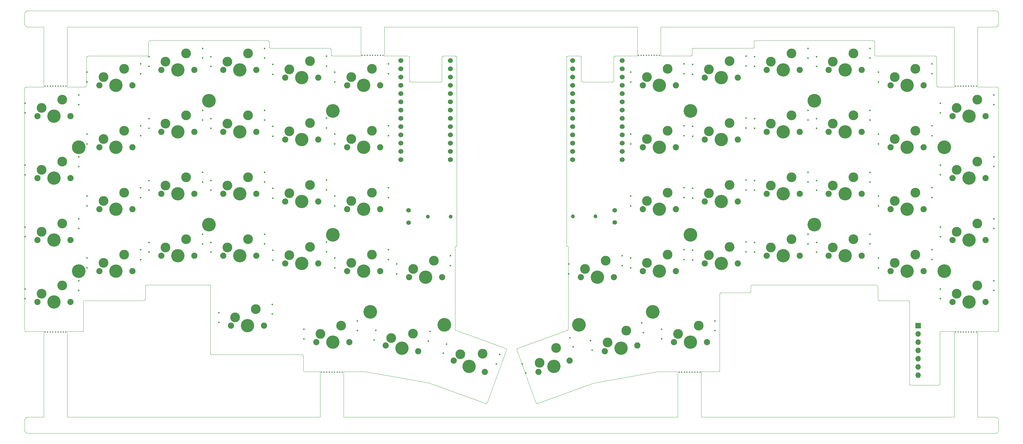
<source format=gts>
G04 #@! TF.GenerationSoftware,KiCad,Pcbnew,7.0.2*
G04 #@! TF.CreationDate,2023-10-10T22:26:24+09:00*
G04 #@! TF.ProjectId,SumNight57,53756d4e-6967-4687-9435-372e6b696361,rev?*
G04 #@! TF.SameCoordinates,Original*
G04 #@! TF.FileFunction,Soldermask,Top*
G04 #@! TF.FilePolarity,Negative*
%FSLAX46Y46*%
G04 Gerber Fmt 4.6, Leading zero omitted, Abs format (unit mm)*
G04 Created by KiCad (PCBNEW 7.0.2) date 2023-10-10 22:26:24*
%MOMM*%
%LPD*%
G01*
G04 APERTURE LIST*
%ADD10C,4.200000*%
%ADD11R,1.700000X1.700000*%
%ADD12O,1.700000X1.700000*%
%ADD13C,1.397000*%
%ADD14C,1.200000*%
%ADD15C,0.450000*%
%ADD16C,1.524000*%
%ADD17C,1.900000*%
%ADD18C,3.000000*%
%ADD19C,4.100000*%
%ADD20C,0.500000*%
G04 #@! TA.AperFunction,Profile*
%ADD21C,0.074083*%
G04 #@! TD*
G04 APERTURE END LIST*
D10*
X64479974Y-110886144D03*
D11*
X282615974Y-141913644D03*
D12*
X282615974Y-144453644D03*
X282615974Y-146993644D03*
X282615974Y-149533644D03*
X282615974Y-152073644D03*
X282615974Y-154613644D03*
X282615974Y-157153644D03*
D13*
X125894974Y-106479894D03*
D10*
X102579974Y-75938644D03*
D13*
X189355974Y-106429894D03*
D10*
X290684974Y-125173644D03*
D14*
X176415974Y-108329894D03*
X183415974Y-108329894D03*
D15*
X294129974Y-143923644D03*
X294929974Y-143923644D03*
X295729974Y-143923644D03*
X296529974Y-143923644D03*
X297329974Y-143923644D03*
X298129974Y-143923644D03*
X298929974Y-143923644D03*
X299729974Y-143923644D03*
X300529974Y-143923644D03*
D10*
X201027718Y-137710256D03*
X24474974Y-87073644D03*
D15*
X14129974Y-143923644D03*
X14929974Y-143923644D03*
X15729974Y-143923644D03*
X16529974Y-143923644D03*
X17329974Y-143923644D03*
X18129974Y-143923644D03*
X18929974Y-143923644D03*
X19729974Y-143923644D03*
X20529974Y-143923644D03*
X14129974Y-68323644D03*
X14929974Y-68323644D03*
X15729974Y-68323644D03*
X16529974Y-68323644D03*
X17329974Y-68323644D03*
X18129974Y-68323644D03*
X18929974Y-68323644D03*
X19729974Y-68323644D03*
X20529974Y-68323644D03*
D16*
X138774974Y-62919894D03*
X138774974Y-65459894D03*
X138774974Y-67999894D03*
X138774974Y-70539894D03*
X138774974Y-73079894D03*
X138784974Y-75619894D03*
X138774974Y-78159894D03*
X138774974Y-80699894D03*
X138784974Y-83239894D03*
X138784974Y-85779894D03*
X138784974Y-88319894D03*
X138774974Y-90859894D03*
X123534974Y-90859894D03*
X123524974Y-88319894D03*
X123524974Y-85779894D03*
X123524974Y-83239894D03*
X123524974Y-80699894D03*
X123534974Y-78159894D03*
X123524974Y-75619894D03*
X123534974Y-73079894D03*
X123534974Y-70539894D03*
X123534974Y-67999894D03*
X123534974Y-65459894D03*
X123534974Y-62919894D03*
X123534974Y-60379894D03*
X138774974Y-60379894D03*
D13*
X189355974Y-110229895D03*
D15*
X111629974Y-58798644D03*
X112429974Y-58798644D03*
X113229974Y-58798644D03*
X114029974Y-58798644D03*
X114829974Y-58798644D03*
X115629974Y-58798644D03*
X116429974Y-58798644D03*
X117229974Y-58798644D03*
X118029974Y-58798644D03*
D10*
X212579974Y-114038644D03*
D16*
X191624974Y-62919894D03*
X191624974Y-65459894D03*
X191624974Y-67999894D03*
X191624974Y-70539894D03*
X191624974Y-73079894D03*
X191634974Y-75619894D03*
X191624974Y-78159894D03*
X191624974Y-80699894D03*
X191634974Y-83239894D03*
X191634974Y-85779894D03*
X191634974Y-88319894D03*
X191624974Y-90859894D03*
X176384974Y-90859894D03*
X176374974Y-88319894D03*
X176374974Y-85779894D03*
X176374974Y-83239894D03*
X176374974Y-80699894D03*
X176384974Y-78159894D03*
X176374974Y-75619894D03*
X176384974Y-73079894D03*
X176384974Y-70539894D03*
X176384974Y-67999894D03*
X176384974Y-65459894D03*
X176384974Y-62919894D03*
X176384974Y-60379894D03*
X191624974Y-60379894D03*
D15*
X209129974Y-156282644D03*
X209929974Y-156282644D03*
X210729974Y-156282644D03*
X211529974Y-156282644D03*
X212329974Y-156282644D03*
X213129974Y-156282644D03*
X213929974Y-156282644D03*
X214729974Y-156282644D03*
X215529974Y-156282644D03*
D10*
X290684974Y-87073644D03*
D15*
X196629974Y-58798644D03*
X197429974Y-58798644D03*
X198229974Y-58798644D03*
X199029974Y-58798644D03*
X199829974Y-58798644D03*
X200629974Y-58798644D03*
X201429974Y-58798644D03*
X202229974Y-58798644D03*
X203029974Y-58798644D03*
D10*
X102579974Y-114038644D03*
X250679974Y-110886144D03*
X114131980Y-137710006D03*
X24474974Y-125173644D03*
D14*
X138834974Y-108379894D03*
X131834974Y-108379894D03*
D10*
X250679974Y-72786144D03*
X64479974Y-72786144D03*
X178273170Y-141722664D03*
D15*
X99129974Y-156282644D03*
X99929974Y-156282644D03*
X100729974Y-156282644D03*
X101529974Y-156282644D03*
X102329974Y-156282644D03*
X103129974Y-156282644D03*
X103929974Y-156282644D03*
X104729974Y-156282644D03*
X105529974Y-156282644D03*
D10*
X136885822Y-141722413D03*
D15*
X294129974Y-68323644D03*
X294929974Y-68323644D03*
X295729974Y-68323644D03*
X296529974Y-68323644D03*
X297329974Y-68323644D03*
X298129974Y-68323644D03*
X298929974Y-68323644D03*
X299729974Y-68323644D03*
X300529974Y-68323644D03*
D13*
X125894974Y-110279894D03*
D10*
X212579974Y-75938644D03*
D17*
X68924974Y-120411144D03*
D18*
X70194974Y-117871144D03*
D19*
X74004974Y-120411144D03*
D18*
X76544974Y-115331144D03*
D17*
X79084974Y-120411144D03*
D20*
X65144974Y-116371144D03*
X65144974Y-119371144D03*
X81594974Y-113831144D03*
X81594974Y-116831144D03*
D17*
X197974974Y-106123644D03*
D18*
X199244974Y-103583644D03*
D19*
X203054974Y-106123644D03*
D18*
X205594974Y-101043644D03*
D17*
X208134974Y-106123644D03*
D20*
X194194974Y-102083644D03*
X194194974Y-105083644D03*
X210644974Y-99543644D03*
X210644974Y-102543644D03*
D17*
X236074974Y-101361144D03*
D18*
X237344974Y-98821144D03*
D19*
X241154974Y-101361144D03*
D18*
X243694974Y-96281144D03*
D17*
X246234974Y-101361144D03*
D20*
X232294974Y-97321144D03*
X232294974Y-100321144D03*
X248744974Y-94781144D03*
X248744974Y-97781144D03*
D17*
X293224974Y-77548644D03*
D18*
X294494974Y-75008644D03*
D19*
X298304974Y-77548644D03*
D18*
X300844974Y-72468644D03*
D17*
X303384974Y-77548644D03*
D20*
X289444974Y-73508644D03*
X289444974Y-76508644D03*
X305894974Y-70968644D03*
X305894974Y-73968644D03*
D17*
X97499724Y-147057644D03*
D18*
X98769724Y-144517644D03*
D19*
X102579724Y-147057644D03*
D18*
X105119724Y-141977644D03*
D17*
X107659724Y-147057644D03*
D20*
X93719724Y-143017644D03*
X93719724Y-146017644D03*
X110169724Y-140477644D03*
X110169724Y-143477644D03*
D17*
X49874974Y-63261144D03*
D18*
X51144974Y-60721144D03*
D19*
X54954974Y-63261144D03*
D18*
X57494974Y-58181144D03*
D17*
X60034974Y-63261144D03*
D20*
X46094974Y-59221144D03*
X46094974Y-62221144D03*
X62544974Y-56681144D03*
X62544974Y-59681144D03*
D17*
X126074974Y-127054894D03*
D18*
X127344974Y-124514894D03*
D19*
X131154974Y-127054894D03*
D18*
X133694974Y-121974894D03*
D17*
X136234974Y-127054894D03*
D20*
X122294974Y-123014894D03*
X122294974Y-126014894D03*
X138744974Y-120474894D03*
X138744974Y-123474894D03*
D17*
X71305974Y-141977644D03*
D18*
X72575974Y-139437644D03*
D19*
X76385974Y-141977644D03*
D18*
X78925974Y-136897644D03*
D17*
X81465974Y-141977644D03*
D20*
X67525974Y-137937644D03*
X67525974Y-140937644D03*
X83975974Y-135397644D03*
X83975974Y-138397644D03*
D17*
X30824974Y-125173644D03*
D18*
X32094974Y-122633644D03*
D19*
X35904974Y-125173644D03*
D18*
X38444974Y-120093644D03*
D17*
X40984974Y-125173644D03*
D20*
X27044974Y-121133644D03*
X27044974Y-124133644D03*
X43494974Y-118593644D03*
X43494974Y-121593644D03*
D17*
X11774974Y-77548644D03*
D18*
X13044974Y-75008644D03*
D19*
X16854974Y-77548644D03*
D18*
X19394974Y-72468644D03*
D17*
X21934974Y-77548644D03*
D20*
X7994974Y-73508644D03*
X7994974Y-76508644D03*
X24444974Y-70968644D03*
X24444974Y-73968644D03*
D17*
X30824974Y-68023644D03*
D18*
X32094974Y-65483644D03*
D19*
X35904974Y-68023644D03*
D18*
X38444974Y-62943644D03*
D17*
X40984974Y-68023644D03*
D20*
X27044974Y-63983644D03*
X27044974Y-66983644D03*
X43494974Y-61443644D03*
X43494974Y-64443644D03*
D17*
X274174974Y-87073644D03*
D18*
X275444974Y-84533644D03*
D19*
X279254974Y-87073644D03*
D18*
X281794974Y-81993644D03*
D17*
X284334974Y-87073644D03*
D20*
X270394974Y-83033644D03*
X270394974Y-86033644D03*
X286844974Y-80493644D03*
X286844974Y-83493644D03*
D17*
X217024974Y-103742394D03*
D18*
X218294974Y-101202394D03*
D19*
X222104974Y-103742394D03*
D18*
X224644974Y-98662394D03*
D17*
X227184974Y-103742394D03*
D20*
X213244974Y-99702394D03*
X213244974Y-102702394D03*
X229694974Y-97162394D03*
X229694974Y-100162394D03*
D17*
X255124974Y-120411144D03*
D18*
X256394974Y-117871144D03*
D19*
X260204974Y-120411144D03*
D18*
X262744974Y-115331144D03*
D17*
X265284974Y-120411144D03*
D20*
X251344974Y-116371144D03*
X251344974Y-119371144D03*
X267794974Y-113831144D03*
X267794974Y-116831144D03*
D17*
X49874974Y-82311144D03*
D18*
X51144974Y-79771144D03*
D19*
X54954974Y-82311144D03*
D18*
X57494974Y-77231144D03*
D17*
X60034974Y-82311144D03*
D20*
X46094974Y-78271144D03*
X46094974Y-81271144D03*
X62544974Y-75731144D03*
X62544974Y-78731144D03*
D17*
X236074974Y-82311144D03*
D18*
X237344974Y-79771144D03*
D19*
X241154974Y-82311144D03*
D18*
X243694974Y-77231144D03*
D17*
X246234974Y-82311144D03*
D20*
X232294974Y-78271144D03*
X232294974Y-81271144D03*
X248744974Y-75731144D03*
X248744974Y-78731144D03*
D17*
X197974974Y-125173644D03*
D18*
X199244974Y-122633644D03*
D19*
X203054974Y-125173644D03*
D18*
X205594974Y-120093644D03*
D17*
X208134974Y-125173644D03*
D20*
X194194974Y-121133644D03*
X194194974Y-124133644D03*
X210644974Y-118593644D03*
X210644974Y-121593644D03*
D17*
X107024974Y-125173644D03*
D18*
X108294974Y-122633644D03*
D19*
X112104974Y-125173644D03*
D18*
X114644974Y-120093644D03*
D17*
X117184974Y-125173644D03*
D20*
X103244974Y-121133644D03*
X103244974Y-124133644D03*
X119694974Y-118593644D03*
X119694974Y-121593644D03*
D17*
X107024974Y-87073644D03*
D18*
X108294974Y-84533644D03*
D19*
X112104974Y-87073644D03*
D18*
X114644974Y-81993644D03*
D17*
X117184974Y-87073644D03*
D20*
X103244974Y-83033644D03*
X103244974Y-86033644D03*
X119694974Y-80493644D03*
X119694974Y-83493644D03*
D17*
X293224974Y-134698644D03*
D18*
X294494974Y-132158644D03*
D19*
X298304974Y-134698644D03*
D18*
X300844974Y-129618644D03*
D17*
X303384974Y-134698644D03*
D20*
X289444974Y-130658644D03*
X289444974Y-133658644D03*
X305894974Y-128118644D03*
X305894974Y-131118644D03*
D17*
X274174974Y-68023644D03*
D18*
X275444974Y-65483644D03*
D19*
X279254974Y-68023644D03*
D18*
X281794974Y-62943644D03*
D17*
X284334974Y-68023644D03*
D20*
X270394974Y-63983644D03*
X270394974Y-66983644D03*
X286844974Y-61443644D03*
X286844974Y-64443644D03*
D17*
X236074974Y-120411144D03*
D18*
X237344974Y-117871144D03*
D19*
X241154974Y-120411144D03*
D18*
X243694974Y-115331144D03*
D17*
X246234974Y-120411144D03*
D20*
X232294974Y-116371144D03*
X232294974Y-119371144D03*
X248744974Y-113831144D03*
X248744974Y-116831144D03*
D17*
X49874974Y-120411144D03*
D18*
X51144974Y-117871144D03*
D19*
X54954974Y-120411144D03*
D18*
X57494974Y-115331144D03*
D17*
X60034974Y-120411144D03*
D20*
X46094974Y-116371144D03*
X46094974Y-119371144D03*
X62544974Y-113831144D03*
X62544974Y-116831144D03*
D17*
X207499974Y-147057894D03*
D18*
X208769974Y-144517894D03*
D19*
X212579974Y-147057894D03*
D18*
X215119974Y-141977894D03*
D17*
X217659974Y-147057894D03*
D20*
X203719974Y-143017894D03*
X203719974Y-146017894D03*
X220169974Y-140477894D03*
X220169974Y-143477894D03*
D17*
X274174974Y-125173644D03*
D18*
X275444974Y-122633644D03*
D19*
X279254974Y-125173644D03*
D18*
X281794974Y-120093644D03*
D17*
X284334974Y-125173644D03*
D20*
X270394974Y-121133644D03*
X270394974Y-124133644D03*
X286844974Y-118593644D03*
X286844974Y-121593644D03*
D17*
X197974974Y-87073644D03*
D18*
X199244974Y-84533644D03*
D19*
X203054974Y-87073644D03*
D18*
X205594974Y-81993644D03*
D17*
X208134974Y-87073644D03*
D20*
X194194974Y-83033644D03*
X194194974Y-86033644D03*
X210644974Y-80493644D03*
X210644974Y-83493644D03*
D17*
X217024974Y-84692394D03*
D18*
X218294974Y-82152394D03*
D19*
X222104974Y-84692394D03*
D18*
X224644974Y-79612394D03*
D17*
X227184974Y-84692394D03*
D20*
X213244974Y-80652394D03*
X213244974Y-83652394D03*
X229694974Y-78112394D03*
X229694974Y-81112394D03*
D17*
X87974974Y-103742394D03*
D18*
X89244974Y-101202394D03*
D19*
X93054974Y-103742394D03*
D18*
X95594974Y-98662394D03*
D17*
X98134974Y-103742394D03*
D20*
X84194974Y-99702394D03*
X84194974Y-102702394D03*
X100644974Y-97162394D03*
X100644974Y-100162394D03*
D17*
X293224974Y-115648644D03*
D18*
X294494974Y-113108644D03*
D19*
X298304974Y-115648644D03*
D18*
X300844974Y-110568644D03*
D17*
X303384974Y-115648644D03*
D20*
X289444974Y-111608644D03*
X289444974Y-114608644D03*
X305894974Y-109068644D03*
X305894974Y-112068644D03*
D17*
X236074974Y-63261144D03*
D18*
X237344974Y-60721144D03*
D19*
X241154974Y-63261144D03*
D18*
X243694974Y-58181144D03*
D17*
X246234974Y-63261144D03*
D20*
X232294974Y-59221144D03*
X232294974Y-62221144D03*
X248744974Y-56681144D03*
X248744974Y-59681144D03*
D17*
X87974974Y-65642394D03*
D18*
X89244974Y-63102394D03*
D19*
X93054974Y-65642394D03*
D18*
X95594974Y-60562394D03*
D17*
X98134974Y-65642394D03*
D20*
X84194974Y-61602394D03*
X84194974Y-64602394D03*
X100644974Y-59062394D03*
X100644974Y-62062394D03*
D17*
X255124974Y-101361144D03*
D18*
X256394974Y-98821144D03*
D19*
X260204974Y-101361144D03*
D18*
X262744974Y-96281144D03*
D17*
X265284974Y-101361144D03*
D20*
X251344974Y-97321144D03*
X251344974Y-100321144D03*
X267794974Y-94781144D03*
X267794974Y-97781144D03*
D17*
X11774974Y-134698644D03*
D18*
X13044974Y-132158644D03*
D19*
X16854974Y-134698644D03*
D18*
X19394974Y-129618644D03*
D17*
X21934974Y-134698644D03*
D20*
X7994974Y-130658644D03*
X7994974Y-133658644D03*
X24444974Y-128118644D03*
X24444974Y-131118644D03*
D17*
X107024974Y-106123644D03*
D18*
X108294974Y-103583644D03*
D19*
X112104974Y-106123644D03*
D18*
X114644974Y-101043644D03*
D17*
X117184974Y-106123644D03*
D20*
X103244974Y-102083644D03*
X103244974Y-105083644D03*
X119694974Y-99543644D03*
X119694974Y-102543644D03*
D17*
X293224974Y-96598644D03*
D18*
X294494974Y-94058644D03*
D19*
X298304974Y-96598644D03*
D18*
X300844974Y-91518644D03*
D17*
X303384974Y-96598644D03*
D20*
X289444974Y-92558644D03*
X289444974Y-95558644D03*
X305894974Y-90018644D03*
X305894974Y-93018644D03*
D17*
X30824974Y-87073644D03*
D18*
X32094974Y-84533644D03*
D19*
X35904974Y-87073644D03*
D18*
X38444974Y-81993644D03*
D17*
X40984974Y-87073644D03*
D20*
X27044974Y-83033644D03*
X27044974Y-86033644D03*
X43494974Y-80493644D03*
X43494974Y-83493644D03*
D17*
X274174974Y-106123644D03*
D18*
X275444974Y-103583644D03*
D19*
X279254974Y-106123644D03*
D18*
X281794974Y-101043644D03*
D17*
X284334974Y-106123644D03*
D20*
X270394974Y-102083644D03*
X270394974Y-105083644D03*
X286844974Y-99543644D03*
X286844974Y-102543644D03*
D17*
X87974974Y-122792394D03*
D18*
X89244974Y-120252394D03*
D19*
X93054974Y-122792394D03*
D18*
X95594974Y-117712394D03*
D17*
X98134974Y-122792394D03*
D20*
X84194974Y-118752394D03*
X84194974Y-121752394D03*
X100644974Y-116212394D03*
X100644974Y-119212394D03*
D17*
X255124974Y-63261144D03*
D18*
X256394974Y-60721144D03*
D19*
X260204974Y-63261144D03*
D18*
X262744974Y-58181144D03*
D17*
X265284974Y-63261144D03*
D20*
X251344974Y-59221144D03*
X251344974Y-62221144D03*
X267794974Y-56681144D03*
X267794974Y-59681144D03*
D17*
X118883047Y-148039878D03*
D18*
X120574819Y-145759000D03*
D19*
X123885870Y-148922011D03*
D18*
X127269414Y-144360254D03*
D17*
X128888693Y-149804144D03*
D20*
X115862012Y-143404865D03*
X115341067Y-146359288D03*
X132503166Y-143759966D03*
X131982221Y-146714389D03*
D17*
X217024974Y-122792394D03*
D18*
X218294974Y-120252394D03*
D19*
X222104974Y-122792394D03*
D18*
X224644974Y-117712394D03*
D17*
X227184974Y-122792394D03*
D20*
X213244974Y-118752394D03*
X213244974Y-121752394D03*
X229694974Y-116212394D03*
X229694974Y-119212394D03*
D17*
X217024974Y-65642394D03*
D18*
X218294974Y-63102394D03*
D19*
X222104974Y-65642394D03*
D18*
X224644974Y-60562394D03*
D17*
X227184974Y-65642394D03*
D20*
X213244974Y-61602394D03*
X213244974Y-64602394D03*
X229694974Y-59062394D03*
X229694974Y-62062394D03*
D17*
X68924974Y-101361144D03*
D18*
X70194974Y-98821144D03*
D19*
X74004974Y-101361144D03*
D18*
X76544974Y-96281144D03*
D17*
X79084974Y-101361144D03*
D20*
X65144974Y-97321144D03*
X65144974Y-100321144D03*
X81594974Y-94781144D03*
X81594974Y-97781144D03*
D17*
X11774974Y-96598644D03*
D18*
X13044974Y-94058644D03*
D19*
X16854974Y-96598644D03*
D18*
X19394974Y-91518644D03*
D17*
X21934974Y-96598644D03*
D20*
X7994974Y-92558644D03*
X7994974Y-95558644D03*
X24444974Y-90018644D03*
X24444974Y-93018644D03*
D17*
X178924974Y-127054894D03*
D18*
X180194974Y-124514894D03*
D19*
X184004974Y-127054894D03*
D18*
X186544974Y-121974894D03*
D17*
X189084974Y-127054894D03*
D20*
X175144974Y-123014894D03*
X175144974Y-126014894D03*
X191594974Y-120474894D03*
X191594974Y-123474894D03*
D17*
X68924974Y-82311144D03*
D18*
X70194974Y-79771144D03*
D19*
X74004974Y-82311144D03*
D18*
X76544974Y-77231144D03*
D17*
X79084974Y-82311144D03*
D20*
X65144974Y-78271144D03*
X65144974Y-81271144D03*
X81594974Y-75731144D03*
X81594974Y-78731144D03*
D17*
X87974974Y-84692394D03*
D18*
X89244974Y-82152394D03*
D19*
X93054974Y-84692394D03*
D18*
X95594974Y-79612394D03*
D17*
X98134974Y-84692394D03*
D20*
X84194974Y-80652394D03*
X84194974Y-83652394D03*
X100644974Y-78112394D03*
X100644974Y-81112394D03*
D17*
X49874974Y-101361144D03*
D18*
X51144974Y-98821144D03*
D19*
X54954974Y-101361144D03*
D18*
X57494974Y-96281144D03*
D17*
X60034974Y-101361144D03*
D20*
X46094974Y-97321144D03*
X46094974Y-100321144D03*
X62544974Y-94781144D03*
X62544974Y-97781144D03*
D17*
X30824974Y-106123644D03*
D18*
X32094974Y-103583644D03*
D19*
X35904974Y-106123644D03*
D18*
X38444974Y-101043644D03*
D17*
X40984974Y-106123644D03*
D20*
X27044974Y-102083644D03*
X27044974Y-105083644D03*
X43494974Y-99543644D03*
X43494974Y-102543644D03*
D17*
X11774974Y-115648644D03*
D18*
X13044974Y-113108644D03*
D19*
X16854974Y-115648644D03*
D18*
X19394974Y-110568644D03*
D17*
X21934974Y-115648644D03*
D20*
X7994974Y-111608644D03*
X7994974Y-114608644D03*
X24444974Y-109068644D03*
X24444974Y-112068644D03*
D17*
X255124974Y-82311144D03*
D18*
X256394974Y-79771144D03*
D19*
X260204974Y-82311144D03*
D18*
X262744974Y-77231144D03*
D17*
X265284974Y-82311144D03*
D20*
X251344974Y-78271144D03*
X251344974Y-81271144D03*
X267794974Y-75731144D03*
X267794974Y-78731144D03*
D17*
X107024974Y-68023644D03*
D18*
X108294974Y-65483644D03*
D19*
X112104974Y-68023644D03*
D18*
X114644974Y-62943644D03*
D17*
X117184974Y-68023644D03*
D20*
X103244974Y-63983644D03*
X103244974Y-66983644D03*
X119694974Y-61443644D03*
X119694974Y-64443644D03*
D17*
X165840451Y-156194836D03*
D18*
X166165130Y-153373651D03*
D19*
X170614090Y-154457374D03*
D18*
X171263447Y-148815004D03*
D17*
X175387729Y-152719912D03*
D20*
X160906652Y-153691314D03*
X161932712Y-156510392D03*
X175495864Y-145678264D03*
X176521925Y-148497342D03*
D17*
X68924974Y-63261144D03*
D18*
X70194974Y-60721144D03*
D19*
X74004974Y-63261144D03*
D18*
X76544974Y-58181144D03*
D17*
X79084974Y-63261144D03*
D20*
X65144974Y-59221144D03*
X65144974Y-62221144D03*
X81594974Y-56681144D03*
X81594974Y-59681144D03*
D17*
X186270299Y-149804395D03*
D18*
X187079938Y-147082450D03*
D19*
X191273122Y-148922262D03*
D18*
X192892401Y-143478372D03*
D17*
X196275945Y-148040129D03*
D20*
X181846187Y-146482162D03*
X182367131Y-149436585D03*
X197605208Y-141124237D03*
X198126152Y-144078661D03*
D17*
X139771263Y-152719661D03*
D18*
X141833404Y-150767207D03*
D19*
X144544902Y-154457123D03*
D18*
X148669184Y-150552216D03*
D17*
X149318541Y-156194585D03*
D20*
X137600987Y-147630466D03*
X136574926Y-150449544D03*
X153927662Y-150869878D03*
X152901601Y-153688956D03*
D17*
X197974974Y-68023644D03*
D18*
X199244974Y-65483644D03*
D19*
X203054974Y-68023644D03*
D18*
X205594974Y-62943644D03*
D17*
X208134974Y-68023644D03*
D20*
X194194974Y-63983644D03*
X194194974Y-66983644D03*
X210644974Y-61443644D03*
X210644974Y-64443644D03*
D21*
X179035249Y-66670373D02*
X179044201Y-66693083D01*
X306573329Y-50029916D02*
X306525502Y-50040696D01*
X125728919Y-59004012D02*
X125753069Y-59008226D01*
X306381064Y-175058653D02*
X306329542Y-175059954D01*
X65077850Y-150664696D02*
X65063758Y-150644619D01*
X270191759Y-129744645D02*
X270181920Y-129722345D01*
X136463680Y-59036570D02*
X136486423Y-59027795D01*
X279576058Y-134214145D02*
X279551790Y-134208562D01*
X26698126Y-68409360D02*
X26716270Y-68393644D01*
X126395658Y-66926093D02*
X126416599Y-66938132D01*
X126375369Y-66913087D02*
X126395658Y-66926093D01*
X8000851Y-45500829D02*
X8028728Y-45461619D01*
X270267828Y-133889834D02*
X270259070Y-133867092D01*
X188556125Y-66995895D02*
X188581134Y-66992716D01*
X288319114Y-68218138D02*
X288329158Y-68240290D01*
X64979168Y-129910492D02*
X64977237Y-129885094D01*
X8193950Y-170288349D02*
X8231722Y-170258665D01*
X93757272Y-155984351D02*
X93737851Y-155969234D01*
X165421601Y-165874328D02*
X165398092Y-165869044D01*
X83060296Y-56289181D02*
X83069249Y-56311891D01*
X306481996Y-45071447D02*
X306531283Y-45080241D01*
X179104240Y-66797631D02*
X179119084Y-66816522D01*
X232119906Y-56218018D02*
X232124303Y-56193390D01*
X64778970Y-129535505D02*
X64759365Y-129521565D01*
X44959238Y-129767663D02*
X44951570Y-129790833D01*
X44929342Y-133723653D02*
X44927511Y-133748266D01*
X212859613Y-58913146D02*
X212879218Y-58899205D01*
X159516493Y-148892306D02*
X174650923Y-143383685D01*
X230730676Y-131806999D02*
X230706048Y-131811396D01*
X306963294Y-170286488D02*
X307000420Y-170318732D01*
X159448972Y-148922646D02*
X159470884Y-148911465D01*
X126603844Y-66995895D02*
X126629244Y-66997826D01*
X178626837Y-59013606D02*
X178650386Y-59020134D01*
X132083103Y-159531626D02*
X132072325Y-159529620D01*
X45968116Y-54544639D02*
X45977988Y-54522339D01*
X8208165Y-68538605D02*
X8232049Y-68533225D01*
X307184156Y-143577090D02*
X307165932Y-143594167D01*
X135973157Y-66884303D02*
X135991301Y-66868587D01*
X93684053Y-155918097D02*
X93667952Y-155899403D01*
X126070978Y-59221071D02*
X126084041Y-59241765D01*
X83176403Y-56470839D02*
X83193769Y-56487395D01*
X287904245Y-59014276D02*
X287927936Y-59021014D01*
X174609248Y-59162843D02*
X174626326Y-59144850D01*
X307184156Y-68669852D02*
X307201049Y-68687844D01*
X150067328Y-165643462D02*
X150054099Y-165664046D01*
X125952462Y-59096567D02*
X125971884Y-59111672D01*
X221557036Y-155796343D02*
X221546082Y-155818140D01*
X150079565Y-165622204D02*
X150067328Y-165643462D01*
X280081408Y-160077300D02*
X280065055Y-160058572D01*
X269943239Y-129483861D02*
X269920889Y-129473975D01*
X140405311Y-117530619D02*
X140393116Y-117532141D01*
X213408045Y-56647621D02*
X213431266Y-56639761D01*
X64985295Y-150441013D02*
X64982264Y-150416578D01*
X44882051Y-133912391D02*
X44871098Y-133934187D01*
X306477117Y-170070971D02*
X306525502Y-170079402D01*
X8193950Y-174831628D02*
X8157670Y-174800201D01*
X231145682Y-129810980D02*
X231140099Y-129835176D01*
X270117117Y-129619133D02*
X270101170Y-129600439D01*
X159234175Y-149150805D02*
X159245222Y-149128560D01*
X98730063Y-170060015D02*
X98730063Y-156082621D01*
X7890759Y-45716136D02*
X7908662Y-45670717D01*
X44746924Y-134085535D02*
X44727502Y-134100640D01*
X8440764Y-174981377D02*
X8396474Y-174961353D01*
X82990668Y-54541431D02*
X82999620Y-54564141D01*
X26380018Y-134198672D02*
X26355233Y-134199286D01*
X83019801Y-54635304D02*
X83024198Y-54659932D01*
X7830699Y-143248388D02*
X7830085Y-143223605D01*
X7830085Y-49059992D02*
X7830085Y-46060051D01*
X149564587Y-165877789D02*
X149540448Y-165873486D01*
X280116525Y-160112371D02*
X280098768Y-160095294D01*
X232391653Y-54296382D02*
X232413203Y-54285340D01*
X288207041Y-59239277D02*
X288219114Y-59260218D01*
X232145803Y-54611109D02*
X232152539Y-54587377D01*
X221318637Y-156034715D02*
X221296337Y-156044588D01*
X140181470Y-142953156D02*
X140185981Y-142991603D01*
X46405318Y-54236651D02*
X46430147Y-54236037D01*
X174744502Y-59057395D02*
X174766307Y-59046442D01*
X93332132Y-150951207D02*
X93311448Y-150938118D01*
X288279023Y-59472861D02*
X288279677Y-59498599D01*
X7928116Y-143520950D02*
X7914024Y-143500874D01*
X213064321Y-58623464D02*
X213069904Y-58599268D01*
X26895824Y-59373609D02*
X26902561Y-59349878D01*
X280237607Y-160193701D02*
X280215908Y-160182748D01*
X165493665Y-165883321D02*
X165469428Y-165881485D01*
X125704517Y-59000981D02*
X125728919Y-59004012D01*
X231553836Y-129441669D02*
X231529208Y-129446065D01*
X64982264Y-150416578D02*
X64980433Y-150391926D01*
X136082732Y-66757738D02*
X136094772Y-66736796D01*
X307245958Y-68746071D02*
X307258940Y-68766765D01*
X188699553Y-66959186D02*
X188721691Y-66949174D01*
X7900961Y-68766765D02*
X7914024Y-68746071D01*
X136509577Y-59020134D02*
X136533104Y-59013606D01*
X136486423Y-59027795D02*
X136509577Y-59020134D01*
X174785734Y-143309480D02*
X174800537Y-143297590D01*
X8094583Y-143664544D02*
X8073314Y-143652527D01*
X8116388Y-143675497D02*
X8094583Y-143664544D01*
X26596838Y-68474232D02*
X26618400Y-68463190D01*
X93200151Y-150888766D02*
X93176607Y-150882231D01*
X174866879Y-143230611D02*
X174878530Y-143215829D01*
X7831386Y-174111556D02*
X7830085Y-174060107D01*
X45846034Y-58775852D02*
X45859122Y-58755168D01*
X270084272Y-129582491D02*
X270066048Y-129565366D01*
X270473103Y-134127529D02*
X270452291Y-134114466D01*
X8778494Y-45061227D02*
X8829945Y-45059926D01*
X26880083Y-68023470D02*
X26880083Y-59498599D01*
X101818272Y-56677623D02*
X101839214Y-56689659D01*
X64979818Y-146712931D02*
X64979818Y-129936228D01*
X26306201Y-134204150D02*
X26282037Y-134208366D01*
X231190286Y-129697590D02*
X231179244Y-129719152D01*
X307270895Y-68788034D02*
X307281804Y-68809839D01*
X93613675Y-155817992D02*
X93602721Y-155796188D01*
X179266590Y-66938132D02*
X179288152Y-66949174D01*
X149710512Y-165878603D02*
X149686279Y-165881438D01*
X65126135Y-150720835D02*
X65109056Y-150702845D01*
X306951273Y-143708335D02*
X306927420Y-143713715D01*
X102194126Y-58816580D02*
X102209842Y-58834723D01*
X45503838Y-58993058D02*
X45528002Y-58988841D01*
X288078368Y-59097867D02*
X288097273Y-59112711D01*
X136008667Y-66852031D02*
X136025224Y-66834665D01*
X25657423Y-143639464D02*
X25636729Y-143652527D01*
X25918025Y-134507408D02*
X25909239Y-134530164D01*
X231169232Y-129741303D02*
X231160280Y-129764013D01*
X126204223Y-66715234D02*
X126215264Y-66736796D01*
X306712530Y-170136124D02*
X306757194Y-170155885D01*
X8232049Y-143713715D02*
X8208165Y-143708335D01*
X140281279Y-117578526D02*
X140271574Y-117586085D01*
X8727718Y-50054953D02*
X8677681Y-50048591D01*
X289166131Y-160059696D02*
X289150458Y-160077833D01*
X307310218Y-170863968D02*
X307318687Y-170912282D01*
X307043123Y-68571441D02*
X307065000Y-68582395D01*
X307070087Y-174732369D02*
X307036985Y-174767094D01*
X268851291Y-54251107D02*
X268874824Y-54257635D01*
X174495069Y-59376616D02*
X174501599Y-59353068D01*
X269230306Y-58523260D02*
X269232147Y-58547880D01*
X287995964Y-59047839D02*
X288017518Y-59058881D01*
X44527994Y-134188982D02*
X44503814Y-134193196D01*
X136284343Y-59162843D02*
X136301420Y-59144850D01*
X280282485Y-160212349D02*
X280259813Y-160203574D01*
X155902372Y-149108079D02*
X155914051Y-149129048D01*
X178875673Y-59162843D02*
X178891772Y-59181570D01*
X232370724Y-54308421D02*
X232391653Y-54296382D01*
X140236653Y-117621007D02*
X140229094Y-117630713D01*
X64797860Y-129550349D02*
X64778970Y-129535505D01*
X159387195Y-148962237D02*
X159407094Y-148948061D01*
X178957002Y-59284839D02*
X178966875Y-59307140D01*
X268943129Y-54283943D02*
X268965003Y-54294896D01*
X126025682Y-59162843D02*
X126041781Y-59181570D01*
X269084150Y-54382351D02*
X269101043Y-54400343D01*
X82848001Y-54350211D02*
X82866145Y-54365927D01*
X183076194Y-159531874D02*
X183065526Y-159534097D01*
X159193184Y-149437707D02*
X159190091Y-149413427D01*
X83144131Y-56435329D02*
X83159847Y-56453473D01*
X306763415Y-45158533D02*
X306806544Y-45180616D01*
X64739076Y-129508559D02*
X64718134Y-129496520D01*
X140569785Y-117486710D02*
X140559641Y-117493210D01*
X25841924Y-143414836D02*
X25832052Y-143437125D01*
X269851389Y-129450986D02*
X269827536Y-129445602D01*
X288905235Y-160225870D02*
X288880964Y-160231453D01*
X82915783Y-54417993D02*
X82930627Y-54436883D01*
X159192442Y-149291704D02*
X159196461Y-149267606D01*
X178802457Y-59096567D02*
X178821878Y-59111672D01*
X174825649Y-117548474D02*
X174814265Y-117544074D01*
X174621630Y-117504746D02*
X174610848Y-117499227D01*
X189169372Y-59127772D02*
X189188064Y-59111672D01*
X269145952Y-54458571D02*
X269158934Y-54479265D01*
X8311491Y-174915196D02*
X8270923Y-174889188D01*
X132104449Y-159536359D02*
X132093810Y-159533874D01*
X136124780Y-66670373D02*
X136132640Y-66647137D01*
X112479139Y-156082621D02*
X105929907Y-156082621D01*
X269473834Y-58927574D02*
X269494984Y-58939612D01*
X306719104Y-174981377D02*
X306673672Y-174999280D01*
X132156736Y-159552111D02*
X132146389Y-159548538D01*
X25715652Y-143594167D02*
X25696924Y-143610267D01*
X27026531Y-59144983D02*
X27043897Y-59128427D01*
X174626326Y-59144850D02*
X174644316Y-59127772D01*
X83027378Y-54684962D02*
X83029308Y-54710361D01*
X213194217Y-56799195D02*
X213209928Y-56781059D01*
X179044201Y-66693083D02*
X179054214Y-66715234D01*
X232215438Y-54456488D02*
X232229374Y-54436883D01*
X64849927Y-129599987D02*
X64833370Y-129582621D01*
X93584074Y-155751130D02*
X93576414Y-155727959D01*
X7831386Y-49111444D02*
X7830085Y-49059992D01*
X174897807Y-117594139D02*
X174888455Y-117586085D01*
X26965474Y-59218988D02*
X26979414Y-59199383D01*
X8778494Y-50058816D02*
X8727718Y-50054953D01*
X102320692Y-58926151D02*
X102341633Y-58938191D01*
X136581111Y-59004012D02*
X136605512Y-59000981D01*
X289703943Y-143729167D02*
X289679375Y-143733564D01*
X112490042Y-156082733D02*
X112479139Y-156082621D01*
X202658267Y-156083113D02*
X202647374Y-156083724D01*
X280098768Y-160095294D02*
X280081408Y-160077300D01*
X136176715Y-59353068D02*
X136184374Y-59329896D01*
X136094772Y-66736796D02*
X136105814Y-66715234D01*
X213090218Y-57016378D02*
X213095801Y-56992201D01*
X64604741Y-129451915D02*
X64580545Y-129446332D01*
X136105814Y-66715234D02*
X136115827Y-66693083D01*
X46261442Y-54265295D02*
X46284615Y-54257635D01*
X307319975Y-68925500D02*
X307324198Y-68949681D01*
X102455024Y-58982795D02*
X102479220Y-58988378D01*
X65357812Y-150852082D02*
X65334284Y-150845553D01*
X300929396Y-68523535D02*
X306829603Y-68523535D01*
X126269093Y-66816522D02*
X126284809Y-66834665D01*
X269232147Y-58547880D02*
X269235197Y-58572292D01*
X306719104Y-45138507D02*
X306763415Y-45158533D01*
X293730085Y-170060015D02*
X293730085Y-143723406D01*
X231099604Y-131489052D02*
X231090652Y-131511761D01*
X221583347Y-155728155D02*
X221575686Y-155751310D01*
X232069717Y-56355604D02*
X232080759Y-56334042D01*
X126301365Y-66852031D02*
X126318731Y-66868587D01*
X140680006Y-59498599D02*
X140680006Y-117279620D01*
X8532625Y-175015000D02*
X8486168Y-174999280D01*
X174499642Y-117376804D02*
X174495165Y-117365464D01*
X289018807Y-160181271D02*
X288997232Y-160192311D01*
X288017518Y-59058881D02*
X288038458Y-59070921D01*
X45951681Y-54590568D02*
X45959341Y-54567395D01*
X126284809Y-66834665D02*
X126301365Y-66852031D01*
X101994564Y-56837673D02*
X102007569Y-56857952D01*
X140598104Y-117464474D02*
X140589033Y-117472326D01*
X288219114Y-59260218D02*
X288230189Y-59281780D01*
X231948104Y-56503111D02*
X231966248Y-56487395D01*
X232152539Y-54587377D02*
X232160399Y-54564141D01*
X8532625Y-50015140D02*
X8486168Y-49999412D01*
X179007493Y-66549552D02*
X179010672Y-66574581D01*
X269131964Y-54438493D02*
X269145952Y-54458571D01*
X165136491Y-165706045D02*
X165121161Y-165686911D01*
X307324538Y-45957779D02*
X307328395Y-46008577D01*
X26505008Y-68507795D02*
X26528740Y-68501057D01*
X232458035Y-54266375D02*
X232481255Y-54258514D01*
X279501940Y-134200986D02*
X279476420Y-134199055D01*
X44951570Y-129790833D02*
X44945035Y-129814376D01*
X102102431Y-58647195D02*
X102110292Y-58670432D01*
X188890685Y-66816522D02*
X188905524Y-66797631D01*
X269278016Y-58712101D02*
X269289095Y-58733904D01*
X136419594Y-59057395D02*
X136441391Y-59046442D01*
X307000420Y-49801383D02*
X306963294Y-49833592D01*
X288310132Y-68195429D02*
X288319114Y-68218138D01*
X288631389Y-68501057D02*
X288655080Y-68507795D01*
X307035963Y-170352938D02*
X307070221Y-170388877D01*
X7851684Y-68878068D02*
X7859344Y-68854895D01*
X26794693Y-68303083D02*
X26807698Y-68282794D01*
X222104475Y-131817156D02*
X222078762Y-131817806D01*
X231706166Y-56611525D02*
X231730794Y-56607128D01*
X174561910Y-117464474D02*
X174553227Y-117456201D01*
X269395583Y-58869081D02*
X269414108Y-58885222D01*
X140457444Y-59082475D02*
X140477537Y-59096567D01*
X65001417Y-150512624D02*
X64994888Y-150489077D01*
X8028728Y-170461664D02*
X8058411Y-170423891D01*
X179151356Y-66852031D02*
X179168721Y-66868587D01*
X213077480Y-58549611D02*
X213079411Y-58524212D01*
X213079411Y-58524212D02*
X213080061Y-58498475D01*
X149991852Y-165738995D02*
X149974105Y-165755724D01*
X221273582Y-156053363D02*
X221250411Y-156061023D01*
X125846350Y-59036570D02*
X125868639Y-59046442D01*
X7877991Y-68809839D02*
X7888944Y-68788034D01*
X140643816Y-117409096D02*
X140637314Y-117419230D01*
X307318185Y-174212367D02*
X307309400Y-174261602D01*
X174980070Y-142913783D02*
X174980070Y-117779421D01*
X213579863Y-56617285D02*
X231630003Y-56617285D01*
X178554334Y-59000981D02*
X178578772Y-59004012D01*
X307161115Y-49614861D02*
X307132832Y-49655016D01*
X83504282Y-56616635D02*
X83530020Y-56617285D01*
X93425364Y-151031684D02*
X93408239Y-151013735D01*
X269986481Y-129506871D02*
X269965116Y-129494832D01*
X174979762Y-117767050D02*
X174978842Y-117754757D01*
X102152337Y-58757796D02*
X102165343Y-58778085D01*
X269827536Y-129445602D02*
X269803403Y-129441386D01*
X25993272Y-134381892D02*
X25978132Y-134401292D01*
X287830574Y-59001117D02*
X287855532Y-59004296D01*
X189004185Y-66524153D02*
X189004835Y-66498416D01*
X270235277Y-133772401D02*
X270232236Y-133747999D01*
X140429976Y-117529391D02*
X140417605Y-117529699D01*
X27120825Y-59070921D02*
X27141766Y-59058881D01*
X232350446Y-54321427D02*
X232370724Y-54308421D01*
X212774669Y-58959245D02*
X212796821Y-58949232D01*
X213102538Y-56968486D02*
X213110398Y-56945266D01*
X232140221Y-54635304D02*
X232145803Y-54611109D01*
X8829945Y-170060015D02*
X13730028Y-170060015D01*
X45930082Y-58498475D02*
X45930082Y-54736098D01*
X126154921Y-66498416D02*
X126155571Y-66524153D01*
X288230189Y-59281780D02*
X288240234Y-59303932D01*
X8122945Y-49767125D02*
X8089838Y-49732388D01*
X288608185Y-68493197D02*
X288631389Y-68501057D01*
X8089838Y-174732369D02*
X8058411Y-174696090D01*
X188676857Y-66968139D02*
X188699553Y-66959186D01*
X231080640Y-131533913D02*
X231069598Y-131555475D01*
X270229780Y-133698603D02*
X270229780Y-129935969D01*
X270146082Y-129658594D02*
X270132094Y-129638532D01*
X269965116Y-129494832D02*
X269943239Y-129483861D01*
X140660362Y-117376804D02*
X140655356Y-117387867D01*
X7914024Y-143500874D02*
X7900961Y-143480185D01*
X202669171Y-156082745D02*
X202658267Y-156083113D01*
X65266097Y-150819246D02*
X65244300Y-150808293D01*
X189455502Y-59000981D02*
X189480124Y-58999150D01*
X189151426Y-59144850D02*
X189169372Y-59127772D01*
X196230070Y-58998536D02*
X196230070Y-50060118D01*
X140650751Y-59329896D02*
X140658411Y-59353068D01*
X45707400Y-58914485D02*
X45727463Y-58900363D01*
X83478883Y-56614704D02*
X83504282Y-56616635D01*
X189207461Y-59096567D02*
X189227522Y-59082475D01*
X165069103Y-165602087D02*
X165058604Y-165578903D01*
X7974843Y-174578550D02*
X7950767Y-174536680D01*
X64979818Y-150367098D02*
X64979818Y-146712931D01*
X174881968Y-59008226D02*
X174906149Y-59004012D01*
X268965003Y-54294896D02*
X268986366Y-54306912D01*
X7908662Y-45670717D02*
X7928686Y-45626414D01*
X82606057Y-54241798D02*
X82630686Y-54246194D01*
X221534064Y-155839403D02*
X221520999Y-155860092D01*
X7959321Y-143559098D02*
X7943221Y-143540371D01*
X83090303Y-56355604D02*
X83102342Y-56376545D01*
X8353362Y-174939272D02*
X8311491Y-174915196D01*
X307211460Y-170589153D02*
X307233453Y-170632752D01*
X174632706Y-117509750D02*
X174621630Y-117504746D01*
X270632030Y-134188715D02*
X270608178Y-134183335D01*
X269219969Y-54638000D02*
X269224192Y-54662180D01*
X178602953Y-59008226D02*
X178626837Y-59013606D01*
X189004835Y-66498416D02*
X189004835Y-59498599D01*
X288779707Y-160241610D02*
X280450636Y-160241610D01*
X44816822Y-134015637D02*
X44800722Y-134034363D01*
X82581027Y-54238618D02*
X82606057Y-54241798D01*
X45094485Y-129565626D02*
X45076536Y-129582751D01*
X136605512Y-59000981D02*
X136630123Y-58999150D01*
X25858359Y-143368938D02*
X25850699Y-143392093D01*
X231140099Y-129835176D02*
X231135703Y-129859804D01*
X213226479Y-56763700D02*
X213243838Y-56747149D01*
X82746712Y-54285340D02*
X82768275Y-54296382D01*
X189313572Y-59036570D02*
X189336329Y-59027795D01*
X101631029Y-56619866D02*
X101656058Y-56623046D01*
X26807698Y-68282794D02*
X26819738Y-68261852D01*
X179356250Y-66975999D02*
X179379982Y-66982736D01*
X289302369Y-144074752D02*
X289295605Y-144098484D01*
X213129360Y-56900432D02*
X213140400Y-56878882D01*
X307216994Y-143540371D02*
X307201049Y-143559098D01*
X26952468Y-59239277D02*
X26965474Y-59218988D01*
X306927420Y-143713715D02*
X306903287Y-143717929D01*
X8028728Y-49658312D02*
X8000851Y-49619099D01*
X83029959Y-56117224D02*
X83030609Y-56142962D01*
X64979818Y-129936228D02*
X64979168Y-129910492D01*
X230629881Y-131817156D02*
X222104475Y-131817156D01*
X306848428Y-45204695D02*
X306889005Y-45230706D01*
X155942902Y-149194938D02*
X155950395Y-149217761D01*
X213528774Y-56619866D02*
X213554150Y-56617936D01*
X179288152Y-66949174D02*
X179310304Y-66959186D01*
X165080648Y-165624499D02*
X165069103Y-165602087D01*
X44831927Y-133996215D02*
X44816822Y-134015637D01*
X179004911Y-59498599D02*
X179004911Y-66498416D01*
X8058411Y-170423891D02*
X8089838Y-170387611D01*
X93557261Y-155631960D02*
X93555430Y-155607339D01*
X306974809Y-68545134D02*
X306997989Y-68552794D01*
X232124303Y-56193390D02*
X232127483Y-56168361D01*
X45882130Y-58712101D02*
X45892016Y-58689801D01*
X13730028Y-170060015D02*
X13730028Y-143723406D01*
X159349642Y-148993377D02*
X159368034Y-148977352D01*
X65311129Y-150837893D02*
X65288386Y-150829118D01*
X102074193Y-57040987D02*
X102077373Y-57065995D01*
X26733636Y-68377088D02*
X26750192Y-68359722D01*
X126215264Y-66736796D02*
X126227304Y-66757738D01*
X307328395Y-46008577D02*
X307329695Y-46060051D01*
X289541957Y-143783752D02*
X289521017Y-143795791D01*
X8157670Y-174800201D02*
X8122945Y-174767094D01*
X93841097Y-156034558D02*
X93819300Y-156023581D01*
X230868264Y-131756811D02*
X230846702Y-131767853D01*
X102040663Y-56922570D02*
X102049616Y-56945266D01*
X64628473Y-129458653D02*
X64604741Y-129451915D01*
X93128567Y-150872630D02*
X93104154Y-150869598D01*
X132146389Y-159548538D02*
X132135990Y-159545170D01*
X25874481Y-143297402D02*
X25870267Y-143321553D01*
X155950395Y-149217761D02*
X155956795Y-149240947D01*
X269046997Y-54349173D02*
X269065926Y-54365273D01*
X179077295Y-66757738D02*
X179090300Y-66778026D01*
X232481255Y-54258514D02*
X232504969Y-54251777D01*
X179168721Y-66868587D02*
X179186865Y-66884303D01*
X140325367Y-59020134D02*
X140348546Y-59027795D01*
X7875039Y-170762572D02*
X7890759Y-170716115D01*
X8396474Y-45158533D02*
X8440764Y-45138507D01*
X174778970Y-117534257D02*
X174766895Y-117532141D01*
X140187514Y-117718552D02*
X140184813Y-117730486D01*
X102069797Y-57016378D02*
X102074193Y-57040987D01*
X288975057Y-160202322D02*
X288952312Y-160211274D01*
X45430018Y-129436175D02*
X45405233Y-129436789D01*
X82555628Y-54236687D02*
X82581027Y-54238618D01*
X215929884Y-156082621D02*
X215929884Y-170060015D01*
X307070087Y-45387551D02*
X307101505Y-45423839D01*
X269181798Y-54522339D02*
X269191641Y-54544639D01*
X126554187Y-66988319D02*
X126578815Y-66992716D01*
X93667952Y-155899403D02*
X93652847Y-155880004D01*
X93246079Y-150905222D02*
X93223322Y-150896435D01*
X188919460Y-66778026D02*
X188932463Y-66757738D01*
X306806544Y-45180616D02*
X306848428Y-45204695D01*
X13730028Y-50060118D02*
X8829945Y-50060118D01*
X94029834Y-156082004D02*
X94005221Y-156080164D01*
X213363212Y-56666583D02*
X213385350Y-56656572D01*
X135827004Y-66968139D02*
X135849714Y-66959186D01*
X159368034Y-148977352D02*
X159387195Y-148962237D01*
X221402478Y-155984589D02*
X221382401Y-155998682D01*
X26877502Y-68074607D02*
X26879433Y-68049208D01*
X126154306Y-59473770D02*
X126154921Y-59498599D01*
X307131179Y-174658318D02*
X307101505Y-174696090D01*
X140515958Y-117514225D02*
X140504340Y-117518154D01*
X174980070Y-117779421D02*
X174979762Y-117767050D01*
X307253279Y-49442680D02*
X307233453Y-49487294D01*
X174919344Y-143152646D02*
X174928040Y-143135922D01*
X8052620Y-68607475D02*
X8073314Y-68594411D01*
X136225987Y-59241765D02*
X136239049Y-59221071D01*
X45816772Y-58815313D02*
X45831911Y-58795914D01*
X25870267Y-143321553D02*
X25864888Y-143345411D01*
X83250407Y-56531895D02*
X83270696Y-56544901D01*
X188505034Y-66998477D02*
X188530748Y-66997826D01*
X202593306Y-156090296D02*
X183086897Y-159529879D01*
X280065055Y-160058572D02*
X280049724Y-160039150D01*
X102080605Y-58524212D02*
X102082535Y-58549611D01*
X208730055Y-156082621D02*
X202680082Y-156082621D01*
X44643656Y-134150766D02*
X44621355Y-134160638D01*
X44551878Y-134183602D02*
X44527994Y-134188982D01*
X126165078Y-66599210D02*
X126170661Y-66623405D01*
X83029959Y-54736098D02*
X83029959Y-56117224D01*
X307209105Y-174536680D02*
X307185041Y-174578550D01*
X189034203Y-59329896D02*
X189043003Y-59307140D01*
X288541812Y-68463190D02*
X288563365Y-68474232D01*
X174960987Y-117683809D02*
X174956039Y-117672652D01*
X136055785Y-66797631D02*
X136069726Y-66778026D01*
X179002466Y-59449117D02*
X179004297Y-59473770D01*
X213119349Y-56922570D02*
X213129360Y-56900432D01*
X174900119Y-143185014D02*
X174910033Y-143169016D01*
X232130064Y-54736098D02*
X232130715Y-54710361D01*
X26902561Y-59349878D02*
X26910422Y-59326641D01*
X45920388Y-58596457D02*
X45924604Y-58572292D01*
X45173325Y-129507135D02*
X45152641Y-129520224D01*
X64833370Y-129582621D02*
X64816004Y-129566065D01*
X231350391Y-129521298D02*
X231330785Y-129535239D01*
X8013119Y-68636672D02*
X8032542Y-68621567D01*
X8232049Y-68533225D02*
X8256229Y-68529012D01*
X126008604Y-59144850D02*
X126025682Y-59162843D01*
X289277235Y-159792897D02*
X289274076Y-159817905D01*
X221887871Y-131866403D02*
X221866331Y-131877432D01*
X102179283Y-58797690D02*
X102194126Y-58816580D01*
X232293833Y-54365927D02*
X232311969Y-54350211D01*
X45892016Y-58689801D02*
X45900802Y-58667045D01*
X306889005Y-45230706D02*
X306928211Y-45258587D01*
X231391620Y-129496253D02*
X231370679Y-129508293D01*
X93223322Y-150896435D02*
X93200151Y-150888766D01*
X26330614Y-134201118D02*
X26306201Y-134204150D01*
X307065000Y-68582395D02*
X307086365Y-68594411D01*
X288280330Y-68049208D02*
X288282269Y-68074607D01*
X27080931Y-59097867D02*
X27100536Y-59083926D01*
X136253140Y-59200993D02*
X136268244Y-59181570D01*
X93819300Y-156023581D02*
X93798037Y-156011543D01*
X306620505Y-50016837D02*
X306573329Y-50029916D01*
X213082642Y-57065995D02*
X213085822Y-57040987D01*
X45686716Y-58927574D02*
X45707400Y-58914485D01*
X307159045Y-45500829D02*
X307185041Y-45541407D01*
X188605743Y-66988319D02*
X188629921Y-66982736D01*
X7861564Y-49309884D02*
X7850399Y-49261505D01*
X102085715Y-58574640D02*
X102090111Y-58599268D01*
X288329158Y-68240290D02*
X288340231Y-68261852D01*
X140199036Y-117683809D02*
X140194635Y-117695192D01*
X288132826Y-59144983D02*
X288149409Y-59162349D01*
X213479157Y-56627442D02*
X213503766Y-56623046D01*
X26885844Y-59422433D02*
X26890241Y-59397805D01*
X102503848Y-58992775D02*
X102528878Y-58995954D01*
X306924680Y-170256240D02*
X306963294Y-170286488D01*
X8122945Y-174767094D02*
X8089838Y-174732369D01*
X83102342Y-56376545D02*
X83115347Y-56396834D01*
X159257303Y-149106990D02*
X159270384Y-149086123D01*
X140216476Y-143101620D02*
X140231975Y-143136058D01*
X25796020Y-143500874D02*
X25781927Y-143520950D01*
X155971731Y-149360917D02*
X155971174Y-149385437D01*
X93863386Y-156044455D02*
X93841097Y-156034558D01*
X307127405Y-143625372D02*
X307107180Y-143639464D01*
X221825146Y-131902449D02*
X221805562Y-131916373D01*
X279965762Y-159863610D02*
X279960336Y-159839752D01*
X45528002Y-58988841D02*
X45551877Y-58983458D01*
X140291316Y-117571472D02*
X140281279Y-117578526D01*
X125776928Y-59013606D02*
X125800454Y-59020134D01*
X174965387Y-117695192D02*
X174960987Y-117683809D01*
X288679224Y-68513378D02*
X288703791Y-68517775D01*
X26750192Y-68359722D02*
X26765908Y-68341578D01*
X212839324Y-58926151D02*
X212859613Y-58913146D01*
X213454980Y-56633025D02*
X213479157Y-56627442D01*
X307299408Y-170816235D02*
X307310218Y-170863968D01*
X149661953Y-165883086D02*
X149637577Y-165883546D01*
X26188694Y-134236738D02*
X26166393Y-134246624D01*
X26639341Y-68451150D02*
X26659630Y-68438145D01*
X222078762Y-131817806D02*
X222053387Y-131819735D01*
X279950575Y-134698474D02*
X279949929Y-134672736D01*
X45765557Y-58869081D02*
X45783506Y-58851956D01*
X213019717Y-58736855D02*
X213030759Y-58715293D01*
X125890435Y-59057395D02*
X125911697Y-59069412D01*
X179090300Y-66778026D02*
X179104240Y-66797631D01*
X174704713Y-143360472D02*
X174721812Y-143351458D01*
X45831911Y-58795914D02*
X45846034Y-58775852D01*
X7868119Y-68832139D02*
X7877991Y-68809839D01*
X125868639Y-59046442D02*
X125890435Y-59057395D01*
X212704991Y-58982795D02*
X212728723Y-58976058D01*
X155971081Y-149336518D02*
X155971731Y-149360917D01*
X44727502Y-134100640D02*
X44707424Y-134114733D01*
X306329542Y-45059926D02*
X306381064Y-45061227D01*
X232311969Y-54350211D02*
X232330850Y-54335367D01*
X279851719Y-134399253D02*
X279836923Y-134380363D01*
X140677561Y-59449117D02*
X140679392Y-59473770D01*
X174790904Y-117536957D02*
X174778970Y-117534257D01*
X221955898Y-131839608D02*
X221932685Y-131847459D01*
X174485073Y-117329932D02*
X174482875Y-117317637D01*
X64989509Y-150465193D02*
X64985295Y-150441013D01*
X189431087Y-59004012D02*
X189455502Y-59000981D01*
X102079954Y-57117085D02*
X102079954Y-58498475D01*
X7908662Y-170670709D02*
X7928686Y-170626419D01*
X231114202Y-131442084D02*
X231107465Y-131465815D01*
X8256229Y-68529012D02*
X8280665Y-68525981D01*
X140181174Y-117754757D02*
X140180254Y-117767050D01*
X288394186Y-68341578D02*
X288409930Y-68359722D01*
X7832530Y-68974117D02*
X7835561Y-68949681D01*
X102528878Y-58995954D02*
X102554277Y-58997885D01*
X45132579Y-129534346D02*
X45113179Y-129549486D01*
X270342481Y-134015370D02*
X270327505Y-133995948D01*
X159284432Y-149065990D02*
X159299415Y-149046619D01*
X27255158Y-59014276D02*
X27279354Y-59008693D01*
X44977911Y-129722607D02*
X44968024Y-129744907D01*
X174518038Y-59307140D02*
X174527912Y-59284839D01*
X288289877Y-68124265D02*
X288295481Y-68148460D01*
X26819738Y-68261852D02*
X26830779Y-68240290D01*
X269453276Y-58914485D02*
X269473834Y-58927574D01*
X26910422Y-59326641D02*
X26919374Y-59303932D01*
X188874974Y-66834665D02*
X188890685Y-66816522D01*
X26929387Y-59281780D02*
X26940429Y-59260218D01*
X7831386Y-46008577D02*
X7835247Y-45957779D01*
X93371595Y-150980470D02*
X93352195Y-150965330D01*
X307258940Y-143480185D02*
X307245958Y-143500874D01*
X221421900Y-155969484D02*
X221402478Y-155984589D01*
X221627398Y-132168116D02*
X221620669Y-132191824D01*
X26857605Y-68172192D02*
X26864343Y-68148460D01*
X231889320Y-56544901D02*
X231909609Y-56531895D01*
X7830085Y-69023600D02*
X7830699Y-68998771D01*
X269328782Y-58795914D02*
X269344110Y-58815313D01*
X307324779Y-170961095D02*
X307328460Y-171010326D01*
X140301817Y-59013606D02*
X140325367Y-59020134D01*
X135934660Y-66913087D02*
X135954266Y-66899147D01*
X174504649Y-117387867D02*
X174499642Y-117376804D01*
X288097273Y-59112711D02*
X288115437Y-59128427D01*
X174955240Y-58999150D02*
X174980070Y-58998536D01*
X231824666Y-56577995D02*
X231846817Y-56567982D01*
X140672137Y-117342012D02*
X140668768Y-117353861D01*
X7950767Y-45583290D02*
X7974843Y-45541407D01*
X289410066Y-143887220D02*
X289394321Y-143905364D01*
X288805586Y-160240960D02*
X288779707Y-160241610D01*
X102064214Y-56992201D02*
X102069797Y-57016378D01*
X13730028Y-68523535D02*
X13730028Y-50060118D01*
X83230802Y-56517955D02*
X83250407Y-56531895D01*
X140357337Y-117540232D02*
X140345750Y-117544074D01*
X8073314Y-68594411D02*
X8094583Y-68582395D01*
X270584645Y-134176806D02*
X270561468Y-134169146D01*
X26102642Y-134282721D02*
X26082580Y-134296843D01*
X174682464Y-59096567D02*
X174702541Y-59082475D01*
X45454804Y-58997921D02*
X45479424Y-58996090D01*
X289219770Y-159980009D02*
X289207780Y-160000939D01*
X270229164Y-129911184D02*
X270227327Y-129886565D01*
X25501878Y-143708335D02*
X25477994Y-143713715D01*
X307102523Y-170426297D02*
X307132832Y-170465116D01*
X8486168Y-45120602D02*
X8532625Y-45104881D01*
X269680415Y-58996090D02*
X269704983Y-58997921D01*
X174937990Y-117640752D02*
X174930935Y-117630713D01*
X221979606Y-131832878D02*
X221955898Y-131839608D01*
X179015069Y-66599210D02*
X179020651Y-66623405D01*
X44891924Y-133890101D02*
X44882051Y-133912391D01*
X306379044Y-170061244D02*
X306428266Y-170064907D01*
X188858423Y-66852031D02*
X188874974Y-66834665D01*
X64865643Y-129618130D02*
X64849927Y-129599987D01*
X307281804Y-143437125D02*
X307270895Y-143458922D01*
X155889693Y-149087674D02*
X155902372Y-149108079D01*
X202680082Y-156082621D02*
X202669171Y-156082745D01*
X136155733Y-59473770D02*
X136157564Y-59449117D01*
X280135045Y-160128471D02*
X280116525Y-160112371D01*
X8058411Y-49696096D02*
X8028728Y-49658312D01*
X136155119Y-59498599D02*
X136155733Y-59473770D01*
X26716270Y-68393644D02*
X26733636Y-68377088D01*
X232259924Y-54399849D02*
X232276474Y-54382483D01*
X140271574Y-117586085D02*
X140262224Y-117594139D01*
X232099725Y-56289181D02*
X232107586Y-56265945D01*
X188905524Y-66797631D02*
X188919460Y-66778026D01*
X174814844Y-143285175D02*
X174828643Y-143272252D01*
X212818383Y-58938191D02*
X212839324Y-58926151D01*
X288149409Y-59162349D02*
X288165154Y-59180493D01*
X231311895Y-129550083D02*
X231293752Y-129565799D01*
X83270696Y-56544901D02*
X83291637Y-56556940D01*
X174978842Y-117754757D02*
X174977320Y-117742561D01*
X27380148Y-58998536D02*
X45430018Y-58998536D01*
X44932402Y-129886826D02*
X44930571Y-129911445D01*
X221491799Y-155899588D02*
X221475697Y-155918314D01*
X306329542Y-50060118D02*
X300929396Y-50060118D01*
X140664938Y-59376616D02*
X140670317Y-59400501D01*
X174814265Y-117544074D02*
X174802676Y-117540232D01*
X7850399Y-49261505D02*
X7841606Y-49212263D01*
X64718134Y-129496520D02*
X64696572Y-129485478D01*
X174527912Y-59284839D02*
X174538867Y-59263034D01*
X179245649Y-66926093D02*
X179266590Y-66938132D01*
X140179945Y-58998536D02*
X140204733Y-58999150D01*
X44929957Y-133698870D02*
X44929342Y-133723653D01*
X307314589Y-143345411D02*
X307308059Y-143368938D01*
X221615093Y-132215995D02*
X221610702Y-132240599D01*
X45977988Y-54522339D02*
X45988942Y-54500534D01*
X232057678Y-56376545D02*
X232069717Y-56355604D01*
X232129414Y-56142962D02*
X232130064Y-56117224D01*
X174655680Y-117518154D02*
X174644061Y-117514225D01*
X174669256Y-143376602D02*
X174687191Y-143368858D01*
X174828643Y-143272252D02*
X174841924Y-143258840D01*
X269898105Y-129465189D02*
X269874925Y-129457520D01*
X7850399Y-170858392D02*
X7861564Y-170810019D01*
X306924680Y-49863814D02*
X306884669Y-49892016D01*
X306806544Y-174939272D02*
X306763415Y-174961353D01*
X174770449Y-143320829D02*
X174785734Y-143309480D01*
X231132523Y-129884833D02*
X231130593Y-129910232D01*
X270494466Y-134139546D02*
X270473103Y-134127529D01*
X44988882Y-129700803D02*
X44977911Y-129722607D01*
X221718987Y-131998908D02*
X221704160Y-132017778D01*
X8305318Y-143722792D02*
X8280665Y-143720961D01*
X102057476Y-56968486D02*
X102064214Y-56992201D01*
X26780752Y-68322688D02*
X26794693Y-68303083D01*
X112533462Y-156085478D02*
X112522629Y-156084441D01*
X25877512Y-143273001D02*
X25874481Y-143297402D01*
X231127361Y-131368231D02*
X231124181Y-131393260D01*
X8330147Y-143723406D02*
X8305318Y-143722792D01*
X270375319Y-134052088D02*
X270358426Y-134034096D01*
X306763415Y-174961353D02*
X306719104Y-174981377D01*
X140455545Y-117528100D02*
X140442845Y-117529066D01*
X126240309Y-66778026D02*
X126254249Y-66797631D01*
X44859082Y-133955450D02*
X44846019Y-133976140D01*
X83069249Y-56311891D02*
X83079261Y-56334042D01*
X174930586Y-59000981D02*
X174955240Y-58999150D01*
X8580072Y-45091406D02*
X8628444Y-45080241D01*
X221768569Y-131946899D02*
X221751223Y-131963438D01*
X232130715Y-54710361D02*
X232132645Y-54684962D01*
X101656058Y-56623046D02*
X101680686Y-56627442D01*
X279551790Y-134208562D02*
X279527073Y-134204166D01*
X300929396Y-170060015D02*
X306329542Y-170060015D01*
X7851684Y-143368938D02*
X7845155Y-143345411D01*
X279710558Y-134270790D02*
X279689616Y-134258750D01*
X102079954Y-58498475D02*
X102080605Y-58524212D01*
X268754364Y-54236651D02*
X268778937Y-54238482D01*
X213007678Y-58757796D02*
X213019717Y-58736855D01*
X306884669Y-49892016D02*
X306843356Y-49918162D01*
X45800631Y-58834008D02*
X45816772Y-58815313D01*
X288655080Y-68507795D02*
X288679224Y-68513378D01*
X307308059Y-68878068D02*
X307314589Y-68901616D01*
X307329695Y-69023600D02*
X307329695Y-143223605D01*
X307329695Y-49059992D02*
X307328460Y-49109563D01*
X8305318Y-68524149D02*
X8330147Y-68523535D01*
X289608334Y-143753745D02*
X289585648Y-143762697D01*
X279836923Y-134380363D02*
X279821251Y-134362219D01*
X307299408Y-49303716D02*
X307286291Y-49350808D01*
X269631949Y-58988841D02*
X269656056Y-58993058D01*
X64759365Y-129521565D02*
X64739076Y-129508559D01*
X280174205Y-160157668D02*
X280154286Y-160143575D01*
X7841606Y-170907629D02*
X7850399Y-170858392D01*
X307187336Y-170546626D02*
X307211460Y-170589153D01*
X8486168Y-170120691D02*
X8532625Y-170104971D01*
X140369108Y-117536957D02*
X140357337Y-117540232D01*
X64949480Y-129764276D02*
X64940528Y-129741567D01*
X189359500Y-59020134D02*
X189383045Y-59013606D01*
X174854673Y-143244953D02*
X174866879Y-143230611D01*
X105929907Y-156082621D02*
X105929907Y-170060015D01*
X306757194Y-49964148D02*
X306712530Y-49983918D01*
X45479424Y-58996090D02*
X45503838Y-58993058D01*
X65109056Y-150702845D02*
X65092956Y-150684118D01*
X174956435Y-143065823D02*
X174961877Y-143047582D01*
X46043219Y-54419071D02*
X46059320Y-54400343D01*
X307328460Y-171010326D02*
X307329695Y-171059893D01*
X98730063Y-156082621D02*
X94054617Y-156082621D01*
X232629850Y-54236037D02*
X268729628Y-54236037D01*
X232413203Y-54285340D02*
X232435340Y-54275327D01*
X307258940Y-68766765D02*
X307270895Y-68788034D01*
X140581985Y-59200993D02*
X140596077Y-59221071D01*
X221154366Y-156080176D02*
X221129715Y-156082007D01*
X102580015Y-58998536D02*
X111230040Y-58998536D01*
X101796710Y-56666583D02*
X101818272Y-56677623D01*
X221382401Y-155998682D02*
X221361709Y-156011745D01*
X26258163Y-134213750D02*
X26234620Y-134220284D01*
X93909283Y-156060939D02*
X93886129Y-156053255D01*
X289585648Y-143762697D02*
X289563511Y-143772710D01*
X140596077Y-59221071D02*
X140609138Y-59241765D01*
X188784450Y-66913087D02*
X188804046Y-66899147D01*
X307324198Y-143297402D02*
X307319975Y-143321553D01*
X221595257Y-155680768D02*
X221589876Y-155704628D01*
X221610702Y-132240599D02*
X221607526Y-132265604D01*
X82957574Y-54476777D02*
X82969613Y-54497718D01*
X136025224Y-66834665D02*
X136040941Y-66816522D01*
X306800833Y-49942218D02*
X306757194Y-49964148D01*
X178995220Y-59400501D02*
X178999435Y-59424681D01*
X188974500Y-66670373D02*
X188982360Y-66647137D01*
X136630123Y-58999150D02*
X136654905Y-58998536D01*
X189291271Y-59046442D02*
X189313572Y-59036570D01*
X189089003Y-59221071D02*
X189103114Y-59200993D01*
X149492713Y-165861299D02*
X149469206Y-165853411D01*
X231293752Y-129565799D02*
X231276386Y-129582355D01*
X46000958Y-54479265D02*
X46014022Y-54458571D01*
X279920417Y-134526513D02*
X279911511Y-134503803D01*
X150039908Y-165683924D02*
X150024783Y-165703063D01*
X279911511Y-134503803D02*
X279901547Y-134481651D01*
X159190091Y-149413427D02*
X159188188Y-149389066D01*
X165152666Y-165724311D02*
X165136491Y-165706045D01*
X149734609Y-165874584D02*
X149710512Y-165878603D01*
X150110029Y-165554705D02*
X150100945Y-165577793D01*
X45152641Y-129520224D02*
X45132579Y-129534346D01*
X140348546Y-59027795D02*
X140371313Y-59036570D01*
X221605598Y-132290978D02*
X221604948Y-132316691D01*
X232130064Y-56117224D02*
X232130064Y-54736098D01*
X7835247Y-174162330D02*
X7831386Y-174111556D01*
X178906877Y-59200993D02*
X178920969Y-59221071D01*
X270244886Y-133820410D02*
X270239500Y-133796551D01*
X269656056Y-58993058D02*
X269680415Y-58996090D01*
X140649836Y-117398636D02*
X140643816Y-117409096D01*
X174878530Y-143215829D02*
X174889614Y-143200624D01*
X126416599Y-66938132D02*
X126438161Y-66949174D01*
X45746862Y-58885222D02*
X45765557Y-58869081D01*
X93777347Y-155998460D02*
X93757272Y-155984351D01*
X270066048Y-129565366D02*
X270047118Y-129549224D01*
X126149444Y-59424681D02*
X126152475Y-59449117D01*
X280154286Y-160143575D02*
X280135045Y-160128471D01*
X93569885Y-155704415D02*
X93564506Y-155680539D01*
X44621355Y-134160638D02*
X44598599Y-134169413D01*
X83358061Y-56586947D02*
X83381297Y-56594808D01*
X231276386Y-129582355D02*
X231259830Y-129599721D01*
X25750723Y-143559098D02*
X25733645Y-143577090D01*
X289264156Y-159866691D02*
X289257456Y-159890405D01*
X82900067Y-54399849D02*
X82915783Y-54417993D01*
X307308059Y-143368938D02*
X307300405Y-143392093D01*
X65144126Y-150737914D02*
X65126135Y-150720835D01*
X212751959Y-58968198D02*
X212774669Y-58959245D01*
X102110292Y-58670432D02*
X102119244Y-58693141D01*
X230778604Y-131794679D02*
X230754872Y-131801416D01*
X159224290Y-149173526D02*
X159234175Y-149150805D01*
X8311491Y-170204778D02*
X8353362Y-170180702D01*
X179453835Y-66995895D02*
X179479235Y-66997826D01*
X212680795Y-58988378D02*
X212704991Y-58982795D01*
X174482875Y-117317637D02*
X174481285Y-117305143D01*
X270227327Y-129886565D02*
X270224289Y-129862152D01*
X8138688Y-143685370D02*
X8116388Y-143675497D01*
X149851530Y-165836749D02*
X149828766Y-165846677D01*
X289039751Y-160169234D02*
X289018807Y-160181271D01*
X20929871Y-170060015D02*
X98730063Y-170060015D01*
X102479220Y-58988378D02*
X102503848Y-58992775D01*
X140180254Y-117767050D02*
X140179945Y-117779421D01*
X46238686Y-54274070D02*
X46261442Y-54265295D01*
X307319975Y-143321553D02*
X307314589Y-143345411D01*
X155829360Y-149012499D02*
X155845849Y-149030246D01*
X269414108Y-58885222D02*
X269433353Y-58900363D01*
X136301420Y-59144850D02*
X136319414Y-59127772D01*
X126629244Y-66997826D02*
X126654982Y-66998477D01*
X293730085Y-143723406D02*
X289779860Y-143723406D01*
X140182697Y-117742561D02*
X140181174Y-117754757D01*
X26919374Y-59303932D02*
X26929387Y-59281780D01*
X231259830Y-129599721D02*
X231244114Y-129617865D01*
X269214583Y-54614116D02*
X269219969Y-54638000D01*
X126529991Y-66982736D02*
X126554187Y-66988319D01*
X289352434Y-143964149D02*
X289340361Y-143985091D01*
X307035963Y-49767224D02*
X307000420Y-49801383D01*
X189188064Y-59111672D02*
X189207461Y-59096567D01*
X269344110Y-58815313D02*
X269360461Y-58834008D01*
X269224192Y-54662180D02*
X269227233Y-54686616D01*
X25525426Y-143701806D02*
X25501878Y-143708335D01*
X7900961Y-143480185D02*
X7888944Y-143458922D01*
X165469428Y-165881485D02*
X165445393Y-165878481D01*
X165058604Y-165578903D02*
X165049193Y-165554965D01*
X93408239Y-151013735D02*
X93390290Y-150996611D01*
X140253770Y-59004012D02*
X140277938Y-59008226D01*
X289444039Y-143853298D02*
X289426649Y-143869855D01*
X279960336Y-159839752D02*
X279956089Y-159815602D01*
X26123326Y-134269632D02*
X26102642Y-134282721D01*
X126157502Y-66549552D02*
X126160681Y-66574581D01*
X289500723Y-143808797D02*
X289481108Y-143822738D01*
X270171015Y-129700542D02*
X270159062Y-129679278D01*
X306627183Y-45104881D02*
X306673672Y-45120602D01*
X221129715Y-156082007D02*
X221104887Y-156082621D01*
X231179244Y-129719152D02*
X231169232Y-129741303D01*
X140229094Y-117630713D02*
X140222039Y-117640752D01*
X279998939Y-159955323D02*
X279988955Y-159933034D01*
X270412472Y-134085268D02*
X270393543Y-134069167D01*
X221296337Y-156044588D02*
X221273582Y-156053363D01*
X93602721Y-155796188D02*
X93592849Y-155773887D01*
X140559641Y-117493210D02*
X140549170Y-117499227D01*
X270561468Y-134169146D02*
X270538687Y-134160371D01*
X279944853Y-134622307D02*
X279940483Y-134597678D01*
X203429915Y-50060118D02*
X203429915Y-58998536D01*
X269268038Y-58689801D02*
X269278016Y-58712101D01*
X174501599Y-59353068D02*
X174509261Y-59329896D01*
X189002254Y-66549552D02*
X189004185Y-66524153D01*
X136239049Y-59221071D02*
X136253140Y-59200993D01*
X178718614Y-59046442D02*
X178740418Y-59057395D01*
X269065926Y-54365273D02*
X269084150Y-54382351D01*
X174721812Y-143351458D02*
X174738476Y-143341835D01*
X307270895Y-143458922D02*
X307258940Y-143480185D01*
X64651710Y-129466513D02*
X64628473Y-129458653D01*
X179020651Y-66623405D02*
X179027389Y-66647137D01*
X44479377Y-134196227D02*
X44454724Y-134198058D01*
X8157670Y-170319777D02*
X8193950Y-170288349D01*
X188982360Y-66647137D02*
X188989096Y-66623405D01*
X155642469Y-148892039D02*
X155666431Y-148901451D01*
X307086365Y-143652527D02*
X307065000Y-143664544D01*
X140184813Y-117730486D02*
X140182697Y-117742561D01*
X288340231Y-68261852D02*
X288352303Y-68282794D01*
X174943539Y-143101479D02*
X174950319Y-143083794D01*
X8628444Y-170080331D02*
X8677681Y-170071537D01*
X149613196Y-165882817D02*
X149588851Y-165880899D01*
X307328460Y-49109563D02*
X307324779Y-49158804D01*
X270452291Y-134114466D02*
X270432067Y-134100373D01*
X174644316Y-59127772D02*
X174663042Y-59111672D01*
X7950767Y-170583306D02*
X7974843Y-170541434D01*
X208730055Y-170060015D02*
X208730055Y-156082621D01*
X279645872Y-134237696D02*
X279623130Y-134228743D01*
X26009412Y-134363197D02*
X25993272Y-134381892D01*
X101774559Y-56656572D02*
X101796710Y-56666583D01*
X306848428Y-174915196D02*
X306806544Y-174939272D01*
X165286193Y-165826325D02*
X165265224Y-165814654D01*
X45284619Y-129457787D02*
X45261449Y-129465455D01*
X102226399Y-58852089D02*
X102243764Y-58868646D01*
X26659630Y-68438145D02*
X26679236Y-68424204D01*
X25901571Y-134553334D02*
X25895036Y-134576877D01*
X8000851Y-49619099D02*
X7974843Y-49578520D01*
X231846817Y-56567982D02*
X231868379Y-56556940D01*
X213049723Y-58670432D02*
X213057584Y-58647195D01*
X45945152Y-54614116D02*
X45951681Y-54590568D01*
X306431902Y-175054792D02*
X306381064Y-175058653D01*
X179065255Y-66736796D02*
X179077295Y-66757738D01*
X8193950Y-49831684D02*
X8157670Y-49800245D01*
X213280857Y-56716599D02*
X213300453Y-56702662D01*
X8000851Y-174619118D02*
X7974843Y-174578550D01*
X102030651Y-56900432D02*
X102040663Y-56922570D01*
X288352303Y-68282794D02*
X288365341Y-68303083D01*
X213080712Y-57091372D02*
X213082642Y-57065995D01*
X189118233Y-59181570D02*
X189134343Y-59162843D01*
X279865611Y-134418859D02*
X279851719Y-134399253D01*
X126460313Y-66959186D02*
X126483022Y-66968139D01*
X65063758Y-150644619D02*
X65050694Y-150623926D01*
X174480608Y-59473770D02*
X174482440Y-59449117D01*
X289319241Y-144028805D02*
X289310258Y-144051515D01*
X27062040Y-59112711D02*
X27080931Y-59097867D01*
X140393628Y-59046442D02*
X140415448Y-59057395D01*
X269229689Y-54736098D02*
X269229689Y-58498475D01*
X288282269Y-68074607D02*
X288285462Y-68099636D01*
X174730040Y-117529391D02*
X174717171Y-117529066D01*
X26874322Y-68099636D02*
X26877502Y-68074607D01*
X280352866Y-160231919D02*
X280329054Y-160226539D01*
X83029308Y-54710361D02*
X83029959Y-54736098D01*
X231655740Y-56616635D02*
X231681138Y-56614704D01*
X149469206Y-165853411D02*
X132156736Y-159552111D01*
X232504969Y-54251777D02*
X232529146Y-54246194D01*
X25950920Y-134442039D02*
X25938882Y-134463304D01*
X306525502Y-170079402D02*
X306573329Y-170090167D01*
X159215574Y-149196610D02*
X159224290Y-149173526D01*
X111230040Y-58998536D02*
X111230040Y-50060118D01*
X126107011Y-59284839D02*
X126116884Y-59307140D01*
X307070221Y-49731280D02*
X307035963Y-49767224D01*
X7976399Y-68669852D02*
X7994392Y-68652773D01*
X8032542Y-143625372D02*
X8013119Y-143610267D01*
X93079533Y-150867766D02*
X93054747Y-150867152D01*
X159315300Y-149028040D02*
X159332053Y-149010283D01*
X27303982Y-59004296D02*
X27329011Y-59001117D01*
X174516191Y-117409096D02*
X174510171Y-117398636D01*
X288257107Y-59349878D02*
X288263870Y-59373609D01*
X93625691Y-155839257D02*
X93613675Y-155817992D01*
X179134799Y-66834665D02*
X179151356Y-66852031D01*
X44707424Y-134114733D02*
X44686730Y-134127796D01*
X102049616Y-56945266D02*
X102057476Y-56968486D01*
X289269706Y-159842514D02*
X289264156Y-159866691D01*
X45332037Y-129445869D02*
X45308162Y-129451253D01*
X188944499Y-66736796D02*
X188955539Y-66715234D01*
X307269074Y-174403876D02*
X307251184Y-174449280D01*
X213385350Y-56656572D02*
X213408045Y-56647621D01*
X25821099Y-143458922D02*
X25809083Y-143480185D01*
X140515709Y-59127772D02*
X140533705Y-59144850D01*
X64674420Y-129475466D02*
X64651710Y-129466513D01*
X279901547Y-134481651D02*
X279890555Y-134460089D01*
X46113118Y-54349173D02*
X46132541Y-54334068D01*
X269259176Y-58667045D02*
X269268038Y-58689801D01*
X149805648Y-165855425D02*
X149782220Y-165862993D01*
X269779030Y-129438354D02*
X269754456Y-129436522D01*
X174802676Y-117540232D02*
X174790904Y-117536957D01*
X26063180Y-134311983D02*
X26044486Y-134328123D01*
X140249982Y-143169150D02*
X140270401Y-143200758D01*
X270393543Y-134069167D02*
X270375319Y-134052088D01*
X7830085Y-174060107D02*
X7830085Y-171059893D01*
X221361709Y-156011745D02*
X221340441Y-156023762D01*
X8677681Y-170071537D02*
X8727718Y-170065178D01*
X174975204Y-117730486D02*
X174972504Y-117718552D01*
X102243764Y-58868646D02*
X102261908Y-58884362D01*
X136213971Y-59263034D02*
X136225987Y-59241765D01*
X140193383Y-143029255D02*
X140203580Y-143065973D01*
X136144961Y-66599210D02*
X136149358Y-66574581D01*
X231135703Y-129859804D02*
X231132523Y-129884833D01*
X8727718Y-175054792D02*
X8677681Y-175048433D01*
X178989840Y-59376616D02*
X178995220Y-59400501D01*
X231458044Y-129466246D02*
X231435334Y-129475199D01*
X93554815Y-151367220D02*
X93554201Y-151342434D01*
X150090780Y-165600303D02*
X150079565Y-165622204D01*
X45871160Y-58733904D02*
X45882130Y-58712101D01*
X7845155Y-68901616D02*
X7851684Y-68878068D01*
X188764171Y-66926093D02*
X188784450Y-66913087D01*
X269289095Y-58733904D02*
X269301260Y-58755168D01*
X150054099Y-165664046D02*
X150039908Y-165683924D01*
X231681138Y-56614704D02*
X231706166Y-56611525D01*
X289133940Y-160095192D02*
X289116608Y-160111744D01*
X279953036Y-159791202D02*
X279951193Y-159766590D01*
X101897998Y-56731438D02*
X101916141Y-56747149D01*
X8628444Y-175039640D02*
X8580072Y-175028474D01*
X155956509Y-149483930D02*
X155949639Y-149508456D01*
X126096058Y-59263034D02*
X126107011Y-59284839D01*
X269239441Y-58596457D02*
X269244862Y-58620331D01*
X231244114Y-129617865D02*
X231229271Y-129636755D01*
X174800537Y-143297590D02*
X174814844Y-143285175D01*
X232015887Y-56435329D02*
X232030731Y-56416439D01*
X307036985Y-174767094D02*
X307002264Y-174800201D01*
X270007296Y-129519960D02*
X269986481Y-129506871D01*
X222053387Y-131819735D02*
X222028381Y-131822910D01*
X140538389Y-117504746D02*
X140527313Y-117509750D01*
X307102523Y-49693850D02*
X307070221Y-49731280D01*
X212950173Y-58834723D02*
X212965889Y-58816580D01*
X140334368Y-117548474D02*
X140323212Y-117553422D01*
X8000851Y-170500866D02*
X8028728Y-170461664D01*
X140209475Y-117661743D02*
X140203986Y-117672652D01*
X136556962Y-59008226D02*
X136581111Y-59004012D01*
X288058752Y-59083926D02*
X288078368Y-59097867D01*
X188581134Y-66992716D02*
X188605743Y-66988319D01*
X8270923Y-170230787D02*
X8311491Y-170204778D01*
X307324779Y-49158804D02*
X307318687Y-49207631D01*
X178934032Y-59241765D02*
X178946049Y-59263034D01*
X178821878Y-59111672D02*
X178840604Y-59127772D01*
X44920266Y-133796818D02*
X44914887Y-133820677D01*
X279599848Y-134220883D02*
X279576058Y-134214145D01*
X279878566Y-134439148D02*
X279865611Y-134418859D01*
X7974843Y-49578520D02*
X7950767Y-49536638D01*
X212980732Y-58797690D02*
X212994673Y-58778085D01*
X269538893Y-58960469D02*
X269561566Y-58969255D01*
X270232236Y-133747999D02*
X270230398Y-133723386D01*
X140679681Y-117292465D02*
X140678716Y-117305143D01*
X125753069Y-59008226D02*
X125776928Y-59013606D01*
X231129942Y-131317095D02*
X231129291Y-131342832D01*
X230983498Y-131670709D02*
X230966132Y-131687266D01*
X102079304Y-57091372D02*
X102079954Y-57117085D01*
X65288386Y-150829118D02*
X65266097Y-150819246D01*
X132093810Y-159533874D02*
X132083103Y-159531626D01*
X183065526Y-159534097D02*
X183054902Y-159536550D01*
X221226863Y-156067551D02*
X221202980Y-156072931D01*
X27354411Y-58999186D02*
X27380148Y-58998536D01*
X221604948Y-155582820D02*
X221604334Y-155607603D01*
X307329695Y-171059893D02*
X307329695Y-174060107D01*
X288279677Y-68023470D02*
X288280330Y-68049208D01*
X26480813Y-68513378D02*
X26505008Y-68507795D01*
X8231722Y-174861311D02*
X8193950Y-174831628D01*
X140480375Y-117524313D02*
X140468061Y-117526511D01*
X174923376Y-117621007D02*
X174915323Y-117611655D01*
X213080061Y-58498475D02*
X213080061Y-57117085D01*
X46380665Y-54238482D02*
X46405318Y-54236651D01*
X268729628Y-54236037D02*
X268754364Y-54236651D01*
X7830699Y-68998771D02*
X7832530Y-68974117D01*
X44935435Y-129862414D02*
X44932402Y-129886826D01*
X140504340Y-117518154D02*
X140492474Y-117521522D01*
X126154921Y-59498599D02*
X126154921Y-66498416D01*
X93054747Y-150867152D02*
X65479620Y-150867152D01*
X64880487Y-129637020D02*
X64865643Y-129618130D01*
X232330850Y-54335367D02*
X232350446Y-54321427D01*
X102090111Y-58599268D02*
X102095694Y-58623464D01*
X174970688Y-143010360D02*
X174974034Y-142991413D01*
X231107465Y-131465815D02*
X231099604Y-131489052D01*
X132115023Y-159539074D02*
X132104449Y-159536359D01*
X155962079Y-149459325D02*
X155956509Y-149483930D01*
X189007292Y-59449117D02*
X189010336Y-59424681D01*
X83159847Y-56453473D02*
X83176403Y-56470839D01*
X202614830Y-156086976D02*
X202604046Y-156088523D01*
X155924711Y-149150541D02*
X155934335Y-149172517D01*
X289655230Y-143739147D02*
X289631539Y-143745884D01*
X189480124Y-58999150D02*
X189504911Y-58998536D01*
X221677246Y-132057630D02*
X221665220Y-132078549D01*
X140371313Y-59036570D02*
X140393628Y-59046442D01*
X45308162Y-129451253D02*
X45284619Y-129457787D01*
X136398330Y-59069412D02*
X136419594Y-59057395D01*
X165244820Y-165801983D02*
X165225020Y-165788333D01*
X8440764Y-45138507D02*
X8486168Y-45120602D01*
X8396474Y-174961353D02*
X8353362Y-174939272D01*
X306329542Y-170060015D02*
X306379044Y-170061244D01*
X306712530Y-49983918D02*
X306666936Y-50001492D01*
X44908358Y-133844204D02*
X44900698Y-133867359D01*
X307309400Y-174261602D02*
X307298245Y-174309974D01*
X93352195Y-150965330D02*
X93332132Y-150951207D01*
X65430224Y-150864707D02*
X65405822Y-150861676D01*
X174563949Y-59221071D02*
X174578043Y-59200993D01*
X270358426Y-134034096D02*
X270342481Y-134015370D01*
X306531283Y-45080241D02*
X306579699Y-45091406D01*
X231202325Y-129676649D02*
X231190286Y-129697590D01*
X174878749Y-117578526D02*
X174868710Y-117571472D01*
X7841606Y-45907720D02*
X7850399Y-45858464D01*
X45665451Y-58939612D02*
X45686716Y-58927574D01*
X213261975Y-56731438D02*
X213280857Y-56716599D01*
X288563365Y-68474232D02*
X288585500Y-68484244D01*
X306878914Y-143720961D02*
X306854340Y-143722792D01*
X102119244Y-58693141D02*
X102129256Y-58715293D01*
X231015770Y-131635200D02*
X231000054Y-131653343D01*
X8829945Y-50060118D02*
X8778494Y-50058816D01*
X270181920Y-129722345D02*
X270171015Y-129700542D01*
X45194590Y-129495097D02*
X45173325Y-129507135D01*
X46059320Y-54400343D02*
X46076399Y-54382351D01*
X136184374Y-59329896D02*
X136193148Y-59307140D01*
X8677681Y-45071447D02*
X8727718Y-45065088D01*
X93652847Y-155880004D02*
X93638755Y-155859941D01*
X280329054Y-160226539D02*
X280305579Y-160220010D01*
X8231722Y-170258665D02*
X8270923Y-170230787D01*
X135706180Y-66995895D02*
X135731210Y-66992716D01*
X279689616Y-134258750D02*
X279668044Y-134247709D01*
X231481280Y-129458386D02*
X231458044Y-129466246D01*
X288952312Y-160211274D02*
X288929028Y-160219133D01*
X140468061Y-117526511D02*
X140455545Y-117528100D01*
X174972504Y-117718552D02*
X174969229Y-117706780D01*
X270327505Y-133995948D02*
X270313517Y-133975873D01*
X45014008Y-129658855D02*
X45000920Y-129679539D01*
X307201049Y-68687844D02*
X307216994Y-68706571D01*
X25864888Y-143345411D02*
X25858359Y-143368938D01*
X8193950Y-45288275D02*
X8231722Y-45258587D01*
X25404725Y-143722792D02*
X25379896Y-143723406D01*
X307043123Y-143675497D02*
X307020773Y-143685370D01*
X221866331Y-131877432D02*
X221845413Y-131889458D01*
X269561566Y-58969255D02*
X269584661Y-58976923D01*
X83129287Y-56416439D02*
X83144131Y-56435329D01*
X83193769Y-56487395D02*
X83211912Y-56503111D01*
X289481108Y-143822738D02*
X289462202Y-143837582D01*
X306381064Y-45061227D02*
X306431902Y-45065088D01*
X183044331Y-159539237D02*
X183033822Y-159542159D01*
X270259070Y-133867092D02*
X270251416Y-133843937D01*
X165106717Y-165666930D02*
X165093200Y-165646120D01*
X140442845Y-117529066D02*
X140429976Y-117529391D01*
X231129291Y-131342832D02*
X231127361Y-131368231D01*
X25677501Y-143625372D02*
X25657423Y-143639464D01*
X93441505Y-151050380D02*
X93425364Y-151031684D01*
X213503766Y-56623046D02*
X213528774Y-56619866D01*
X307324538Y-174162330D02*
X307318185Y-174212367D01*
X45028131Y-129638792D02*
X45014008Y-129658855D01*
X288263870Y-59373609D02*
X288269475Y-59397805D01*
X140589033Y-117472326D02*
X140579588Y-117479744D01*
X149974105Y-165755724D02*
X149955543Y-165771585D01*
X307327239Y-143273001D02*
X307324198Y-143297402D01*
X178504850Y-58998536D02*
X178529681Y-58999150D01*
X174754700Y-117530619D02*
X174742408Y-117529699D01*
X232160399Y-54564141D02*
X232169350Y-54541431D01*
X140621154Y-59263034D02*
X140632106Y-59284839D01*
X140229355Y-59000981D02*
X140253770Y-59004012D01*
X140374281Y-143309597D02*
X140405323Y-143331721D01*
X159299415Y-149046619D02*
X159315300Y-149028040D01*
X26879433Y-68049208D02*
X26880083Y-68023470D01*
X83335351Y-56577995D02*
X83358061Y-56586947D01*
X8280665Y-143720961D02*
X8256229Y-143717929D01*
X307107180Y-68607475D02*
X307127405Y-68621567D01*
X174841924Y-143258840D02*
X174854673Y-143244953D01*
X165518063Y-165883969D02*
X165493665Y-165883321D01*
X7950767Y-174536680D02*
X7928686Y-174493569D01*
X93470767Y-151089841D02*
X93456644Y-151069779D01*
X307165932Y-68652773D02*
X307184156Y-68669852D01*
X306477117Y-50049141D02*
X306428266Y-50055216D01*
X25548598Y-143694145D02*
X25525426Y-143701806D01*
X213030759Y-58715293D02*
X213040771Y-58693141D01*
X25733645Y-143577090D02*
X25715652Y-143594167D01*
X102363195Y-58949232D02*
X102385346Y-58959245D01*
X189103114Y-59200993D02*
X189118233Y-59181570D01*
X221458616Y-155936305D02*
X221440626Y-155953384D01*
X140270401Y-143200758D02*
X140293136Y-143230744D01*
X231578866Y-129438489D02*
X231553836Y-129441669D01*
X149873728Y-165825709D02*
X149851530Y-165836749D01*
X8396474Y-49961466D02*
X8353362Y-49939375D01*
X174529666Y-117429023D02*
X174522695Y-117419230D01*
X8256229Y-143717929D02*
X8232049Y-143713715D01*
X174522695Y-117419230D02*
X174516191Y-117409096D01*
X155971174Y-149385437D02*
X155969393Y-149410038D01*
X83040116Y-56218018D02*
X83045699Y-56242213D01*
X188965550Y-66693083D02*
X188974500Y-66670373D01*
X174811363Y-59027795D02*
X174834535Y-59020134D01*
X165616475Y-165874315D02*
X165591830Y-165878603D01*
X45076536Y-129582751D02*
X45059412Y-129600699D01*
X8032542Y-68621567D02*
X8052620Y-68607475D01*
X213165440Y-56837673D02*
X213179377Y-56818077D01*
X65092956Y-150684118D02*
X65077850Y-150664696D01*
X149895257Y-165813641D02*
X149873728Y-165825709D01*
X221475697Y-155918314D02*
X221458616Y-155936305D01*
X46194581Y-54294896D02*
X46216386Y-54283943D01*
X135991301Y-66868587D02*
X136008667Y-66852031D01*
X93956669Y-156072889D02*
X93932810Y-156067490D01*
X159196461Y-149267606D02*
X159201657Y-149243695D01*
X126133320Y-59353068D02*
X126139849Y-59376616D01*
X269433353Y-58900363D02*
X269453276Y-58914485D01*
X140549170Y-117499227D02*
X140538389Y-117504746D01*
X7928116Y-68725994D02*
X7943221Y-68706571D01*
X232132645Y-54684962D02*
X232135824Y-54659932D01*
X231413182Y-129485211D02*
X231391620Y-129496253D01*
X307070221Y-170388877D02*
X307102523Y-170426297D01*
X279950575Y-159741808D02*
X279950575Y-134698474D01*
X102209842Y-58834723D02*
X102226399Y-58852089D01*
X174950550Y-117661743D02*
X174944531Y-117651102D01*
X44429895Y-134198672D02*
X26380018Y-134198672D01*
X82529890Y-54236037D02*
X82555628Y-54236687D01*
X140277938Y-59008226D02*
X140301817Y-59013606D01*
X174723234Y-59069412D02*
X174744502Y-59057395D01*
X232135824Y-54659932D02*
X232140221Y-54635304D01*
X221909999Y-131856401D02*
X221887871Y-131866403D01*
X232044672Y-56396834D02*
X232057678Y-56376545D01*
X7859344Y-143392093D02*
X7851684Y-143368938D01*
X212580000Y-58998536D02*
X212605738Y-58997885D01*
X165398092Y-165869044D02*
X165374906Y-165862648D01*
X288115437Y-59128427D02*
X288132826Y-59144983D01*
X230706048Y-131811396D02*
X230681018Y-131814575D01*
X93495893Y-151131790D02*
X93483855Y-151110525D01*
X306673672Y-45120602D02*
X306719104Y-45138507D01*
X126170661Y-66623405D02*
X126177398Y-66647137D01*
X307300405Y-68854895D02*
X307308059Y-68878068D01*
X307310218Y-49255962D02*
X307299408Y-49303716D01*
X93980820Y-156077120D02*
X93956669Y-156072889D01*
X232529146Y-54246194D02*
X232553754Y-54241798D01*
X307209105Y-45583290D02*
X307231173Y-45626414D01*
X25429378Y-143720961D02*
X25404725Y-143722792D01*
X307270903Y-170722840D02*
X307286291Y-170769165D01*
X155966238Y-149288248D02*
X155969244Y-149312282D01*
X44846019Y-133976140D02*
X44831927Y-133996215D01*
X8311491Y-45204695D02*
X8353362Y-45180616D01*
X289079624Y-160142294D02*
X289060033Y-160156231D01*
X112555106Y-156088273D02*
X112544287Y-156086754D01*
X126355764Y-66899147D02*
X126375369Y-66913087D01*
X288379313Y-68322688D02*
X288394186Y-68341578D01*
X155712070Y-148923496D02*
X155733710Y-148936049D01*
X26456184Y-68517775D02*
X26480813Y-68513378D01*
X221104887Y-156082621D02*
X215929884Y-156082621D01*
X26355233Y-134199286D02*
X26330614Y-134201118D01*
X165225020Y-165788333D02*
X165205864Y-165773722D01*
X140527313Y-117509750D02*
X140515958Y-117514225D01*
X174481285Y-117305143D02*
X174480319Y-117292465D01*
X269170889Y-54500534D02*
X269181798Y-54522339D01*
X231044554Y-131596704D02*
X231030613Y-131616310D01*
X165665608Y-165861875D02*
X165641081Y-165868745D01*
X232000171Y-56453473D02*
X232015887Y-56435329D01*
X174679644Y-117524313D02*
X174667546Y-117521522D01*
X269516685Y-58950583D02*
X269538893Y-58960469D01*
X212728723Y-58976058D02*
X212751959Y-58968198D01*
X174650923Y-143383685D02*
X174669256Y-143376602D01*
X93560292Y-155656374D02*
X93557261Y-155631960D01*
X140262224Y-117594139D02*
X140253248Y-117602679D01*
X289060033Y-160156231D02*
X289039751Y-160169234D01*
X288426512Y-68377088D02*
X288443900Y-68393644D01*
X44665461Y-134139813D02*
X44643656Y-134150766D01*
X270277671Y-133912124D02*
X270267828Y-133889834D01*
X279750426Y-134297736D02*
X279730838Y-134283796D01*
X213110398Y-56945266D02*
X213119349Y-56922570D01*
X189019967Y-59376616D02*
X189026518Y-59353068D01*
X269704983Y-58997921D02*
X269729719Y-58998536D01*
X289394321Y-143905364D02*
X289379446Y-143924255D01*
X231229271Y-129636755D02*
X231215330Y-129656360D01*
X149686279Y-165881438D02*
X149661953Y-165883086D01*
X140664838Y-117365464D02*
X140660362Y-117376804D01*
X140637314Y-117419230D02*
X140630344Y-117429023D01*
X64907433Y-129676913D02*
X64894428Y-129656625D01*
X140670317Y-59400501D02*
X140674531Y-59424681D01*
X174766895Y-117532141D02*
X174754700Y-117530619D01*
X174687191Y-143368858D02*
X174704713Y-143360472D01*
X112511783Y-156083640D02*
X112500922Y-156083072D01*
X140301665Y-117564930D02*
X140291316Y-117571472D01*
X270300535Y-133955183D02*
X270288580Y-133933920D01*
X136338141Y-59111672D02*
X136357564Y-59096567D01*
X289679375Y-143733564D02*
X289655230Y-143739147D01*
X289329286Y-144006653D02*
X289319241Y-144028805D01*
X126177398Y-66647137D02*
X126185258Y-66670373D01*
X45924604Y-58572292D02*
X45927637Y-58547880D01*
X269584661Y-58976923D02*
X269608136Y-58983458D01*
X93545121Y-151269236D02*
X93539738Y-151245362D01*
X213040771Y-58693141D02*
X213049723Y-58670432D01*
X270224289Y-129862152D02*
X270220069Y-129837988D01*
X83014218Y-54611109D02*
X83019801Y-54635304D01*
X93506863Y-151153592D02*
X93495893Y-151131790D01*
X125971884Y-59111672D02*
X125990611Y-59127772D01*
X93555430Y-155607339D02*
X93554815Y-155582552D01*
X140323212Y-117553422D02*
X140312304Y-117558911D01*
X289150458Y-160077833D02*
X289133940Y-160095192D01*
X7877991Y-143437125D02*
X7868119Y-143414836D01*
X8089838Y-49732388D02*
X8058411Y-49696096D01*
X126438161Y-66949174D02*
X126460313Y-66959186D01*
X189063879Y-59263034D02*
X189075919Y-59241765D01*
X7839775Y-68925500D02*
X7845155Y-68901616D01*
X8122945Y-170352885D02*
X8157670Y-170319777D01*
X25879957Y-134698733D02*
X25879957Y-143223605D01*
X212916251Y-58868646D02*
X212933617Y-58852089D01*
X307329695Y-174060107D02*
X307328395Y-174111556D01*
X232114323Y-56242213D02*
X232119906Y-56218018D01*
X65202347Y-150783213D02*
X65182272Y-150769120D01*
X179186865Y-66884303D02*
X179205755Y-66899147D01*
X179404177Y-66988319D02*
X179428806Y-66992716D01*
X289779860Y-143723406D02*
X289754217Y-143724057D01*
X202647374Y-156083724D02*
X202636499Y-156084573D01*
X230681018Y-131814575D02*
X230655619Y-131816506D01*
X44929957Y-129936228D02*
X44929957Y-133698870D01*
X306579699Y-175028474D02*
X306531283Y-175039640D01*
X101579893Y-56617285D02*
X101605630Y-56617936D01*
X155949639Y-149508456D02*
X155941450Y-149532862D01*
X13730028Y-143723406D02*
X8330147Y-143723406D01*
X150024783Y-165703063D02*
X150008755Y-165721430D01*
X7890759Y-49403802D02*
X7875039Y-49357337D01*
X174978545Y-142952933D02*
X174979687Y-142933433D01*
X140680006Y-117279620D02*
X140679681Y-117292465D01*
X174578043Y-59200993D02*
X174593148Y-59181570D01*
X307036985Y-45352820D02*
X307070087Y-45387551D01*
X232435340Y-54275327D02*
X232458035Y-54266375D01*
X25477994Y-143713715D02*
X25453814Y-143717929D01*
X279948011Y-134647336D02*
X279944853Y-134622307D01*
X269027402Y-54334068D02*
X269046997Y-54349173D01*
X174485472Y-59424681D02*
X174489688Y-59400501D01*
X188841064Y-66868587D02*
X188858423Y-66852031D01*
X140244708Y-117611655D02*
X140236653Y-117621007D01*
X126336874Y-66884303D02*
X126355764Y-66899147D01*
X232169350Y-54541431D02*
X232179360Y-54519280D01*
X27231426Y-59021014D02*
X27255158Y-59014276D01*
X8353362Y-49939375D02*
X8311491Y-49915288D01*
X149588851Y-165880899D02*
X149564587Y-165877789D01*
X288856245Y-160235849D02*
X288831109Y-160239029D01*
X165542584Y-165883412D02*
X165518063Y-165883969D01*
X289290000Y-144122680D02*
X289285585Y-144147308D01*
X213057584Y-58647195D02*
X213064321Y-58623464D01*
X8532625Y-45104881D02*
X8580072Y-45091406D01*
X64505488Y-129436825D02*
X64479750Y-129436175D01*
X8580072Y-175028474D02*
X8532625Y-175015000D01*
X8532625Y-170104971D02*
X8580072Y-170091496D01*
X27009974Y-59162349D02*
X27026531Y-59144983D01*
X82980655Y-54519280D02*
X82990668Y-54541431D01*
X306854340Y-68524149D02*
X306878914Y-68525981D01*
X7839775Y-143321553D02*
X7835561Y-143297402D01*
X212656167Y-58992775D02*
X212680795Y-58988378D01*
X83030609Y-56142962D02*
X83032540Y-56168361D01*
X65162851Y-150754015D02*
X65144126Y-150737914D01*
X101680686Y-56627442D02*
X101704882Y-56633025D01*
X306965985Y-45288275D02*
X307002264Y-45319707D01*
X179479235Y-66997826D02*
X179504973Y-66998477D01*
X174930935Y-117630713D02*
X174923376Y-117621007D01*
X213320732Y-56689659D02*
X213341662Y-56677623D01*
X289631539Y-143745884D02*
X289608334Y-143753745D01*
X46356228Y-54241513D02*
X46380665Y-54238482D01*
X135803767Y-66975999D02*
X135827004Y-66968139D01*
X287927936Y-59021014D02*
X287951141Y-59028874D01*
X8727718Y-45065088D02*
X8778494Y-45061227D01*
X8052620Y-143639464D02*
X8032542Y-143625372D01*
X174480319Y-117292465D02*
X174479994Y-117279620D01*
X65479620Y-150867152D02*
X65454837Y-150866538D01*
X306963294Y-49833592D02*
X306924680Y-49863814D01*
X306428266Y-170064907D02*
X306477117Y-170070971D01*
X174950319Y-143083794D02*
X174956435Y-143065823D01*
X269229689Y-58498475D02*
X269230306Y-58523260D01*
X221932685Y-131847459D02*
X221909999Y-131856401D01*
X221604948Y-132316691D02*
X221604948Y-155582820D01*
X188653636Y-66975999D02*
X188676857Y-66968139D01*
X189134343Y-59162843D02*
X189151426Y-59144850D01*
X306928211Y-45258587D02*
X306965985Y-45288275D01*
X140231975Y-143136058D02*
X140249982Y-143169150D01*
X179005562Y-66524153D02*
X179007493Y-66549552D01*
X93576414Y-155727959D02*
X93569885Y-155704415D01*
X306666936Y-50001492D02*
X306620505Y-50016837D01*
X279450544Y-134198405D02*
X270729841Y-134198405D01*
X279890555Y-134460089D02*
X279878566Y-134439148D01*
X165591830Y-165878603D02*
X165567186Y-165881629D01*
X306965985Y-174831628D02*
X306928211Y-174861311D01*
X289310258Y-144051515D02*
X289302369Y-144074752D01*
X64580545Y-129446332D02*
X64555917Y-129441936D01*
X136193148Y-59307140D02*
X136203019Y-59284839D01*
X269244862Y-58620331D02*
X269251445Y-58643874D01*
X270229780Y-129935969D02*
X270229164Y-129911184D01*
X44503814Y-134193196D02*
X44479377Y-134196227D01*
X189383045Y-59013606D02*
X189406921Y-59008226D01*
X279940483Y-134597678D02*
X279934934Y-134573482D01*
X44968024Y-129744907D02*
X44959238Y-129767663D01*
X174537089Y-117438460D02*
X174529666Y-117429023D01*
X307185041Y-45541407D02*
X307209105Y-45583290D01*
X279951193Y-159766590D02*
X279950575Y-159741808D01*
X83115347Y-56396834D02*
X83129287Y-56416439D01*
X179205755Y-66899147D02*
X179225360Y-66913087D01*
X288240234Y-59303932D02*
X288249217Y-59326641D01*
X270132094Y-129638532D02*
X270117117Y-129619133D01*
X93554815Y-155582552D02*
X93554815Y-151367220D01*
X82809505Y-54321427D02*
X82829110Y-54335367D01*
X212898108Y-58884362D02*
X212916251Y-58868646D01*
X174702541Y-59082475D02*
X174723234Y-59069412D01*
X307132832Y-49655016D02*
X307102523Y-49693850D01*
X307245958Y-143500874D02*
X307231970Y-143520950D01*
X140345750Y-117544074D02*
X140334368Y-117548474D01*
X289282392Y-144172338D02*
X289280452Y-144197737D01*
X126185258Y-66670373D02*
X126194210Y-66693083D01*
X307231970Y-143520950D02*
X307216994Y-143540371D01*
X140179945Y-117779421D02*
X140179945Y-142914050D01*
X232080759Y-56334042D02*
X232090772Y-56311891D01*
X64980433Y-150391926D02*
X64979818Y-150367098D01*
X45908470Y-58643874D02*
X45915005Y-58620331D01*
X7841606Y-49212263D02*
X7835247Y-49162222D01*
X174788607Y-59036570D02*
X174811363Y-59027795D01*
X178920969Y-59221071D02*
X178934032Y-59241765D01*
X307187336Y-49573467D02*
X307161115Y-49614861D01*
X135914371Y-66926093D02*
X135934660Y-66913087D01*
X232604138Y-54236687D02*
X232629850Y-54236037D01*
X307284782Y-174357419D02*
X307269074Y-174403876D01*
X101859502Y-56702662D02*
X101879108Y-56716599D01*
X289563511Y-143772710D02*
X289541957Y-143783752D01*
X159407094Y-148948061D02*
X159427697Y-148934854D01*
X165169647Y-165741692D02*
X165152666Y-165724311D01*
X26551977Y-68493197D02*
X26574686Y-68484244D01*
X212631137Y-58995954D02*
X212656167Y-58992775D01*
X82630686Y-54246194D02*
X82654882Y-54251777D01*
X288831109Y-160239029D02*
X288805586Y-160240960D01*
X307147002Y-143610267D02*
X307127405Y-143625372D01*
X268827439Y-54245727D02*
X268851291Y-54251107D01*
X269729719Y-129435908D02*
X231630003Y-129435908D01*
X178650386Y-59020134D02*
X178673558Y-59027795D01*
X126578815Y-66992716D02*
X126603844Y-66995895D01*
X7830085Y-171059893D02*
X7831386Y-171008442D01*
X307161115Y-170505253D02*
X307187336Y-170546626D01*
X126654982Y-66998477D02*
X135655043Y-66998477D01*
X83007481Y-54587377D02*
X83014218Y-54611109D01*
X25571354Y-143685370D02*
X25548598Y-143694145D01*
X279787405Y-134328296D02*
X279769292Y-134312580D01*
X307327239Y-68974117D02*
X307329078Y-68998771D01*
X279769292Y-134312580D02*
X279750426Y-134297736D01*
X8677681Y-50048591D02*
X8628444Y-50039792D01*
X188994678Y-66599210D02*
X188999075Y-66574581D01*
X307251184Y-174449280D02*
X307231173Y-174493569D01*
X307291647Y-68832139D02*
X307300405Y-68854895D01*
X307300405Y-143392093D02*
X307291647Y-143414836D01*
X189026518Y-59353068D02*
X189034203Y-59329896D01*
X150008755Y-165721430D02*
X149991852Y-165738995D01*
X270230398Y-133723386D02*
X270229780Y-133698603D01*
X118429876Y-58998536D02*
X125655119Y-58998536D01*
X221635249Y-132144903D02*
X221627398Y-132168116D01*
X270251416Y-133843937D02*
X270244886Y-133820410D01*
X221704160Y-132017778D02*
X221690236Y-132037362D01*
X25636729Y-143652527D02*
X25615460Y-143664544D01*
X268898001Y-54265295D02*
X268920782Y-54274070D01*
X45930082Y-54736098D02*
X45930697Y-54711269D01*
X221340441Y-156023762D02*
X221318637Y-156034715D01*
X188999075Y-66574581D02*
X189002254Y-66549552D01*
X64479750Y-129436175D02*
X45430018Y-129436175D01*
X306525502Y-50040696D02*
X306477117Y-50049141D01*
X7974843Y-45541407D02*
X8000851Y-45500829D01*
X8013119Y-143610267D02*
X7994392Y-143594167D01*
X270239500Y-133796551D02*
X270235277Y-133772401D01*
X7928686Y-174493569D02*
X7908662Y-174449280D01*
X231435334Y-129475199D02*
X231413182Y-129485211D01*
X306854340Y-143722792D02*
X306829603Y-143723406D01*
X213431266Y-56639761D02*
X213454980Y-56633025D01*
X306673672Y-174999280D02*
X306627183Y-175015000D01*
X8073314Y-143652527D02*
X8052620Y-143639464D01*
X221620669Y-132191824D02*
X221615093Y-132215995D01*
X45430018Y-58998536D02*
X45454804Y-58997921D01*
X93719124Y-155953126D02*
X93701132Y-155936045D01*
X44454724Y-134198058D02*
X44429895Y-134198672D01*
X140641977Y-59307140D02*
X140650751Y-59329896D01*
X112565924Y-156090037D02*
X112555106Y-156088273D01*
X306974809Y-143701806D02*
X306951273Y-143708335D01*
X159493402Y-148901342D02*
X159516493Y-148892306D01*
X126483022Y-66968139D02*
X126506259Y-66975999D01*
X279934934Y-134573482D02*
X279928235Y-134549750D01*
X307309400Y-45858464D02*
X307318185Y-45907720D01*
X188629921Y-66982736D02*
X188653636Y-66975999D01*
X126145229Y-59400501D02*
X126149444Y-59424681D01*
X93104154Y-150869598D02*
X93079533Y-150867766D01*
X306997989Y-143694145D02*
X306974809Y-143701806D01*
X306620505Y-170103231D02*
X306666936Y-170118562D01*
X25978132Y-134401292D02*
X25964009Y-134421355D01*
X64940528Y-129741567D02*
X64930515Y-129719416D01*
X288779707Y-68523535D02*
X293730085Y-68523535D01*
X159427697Y-148934854D02*
X159448972Y-148922646D01*
X165445393Y-165878481D02*
X165421601Y-165874328D01*
X65244300Y-150808293D02*
X65223037Y-150796276D01*
X140674531Y-59424681D02*
X140677561Y-59449117D01*
X174974034Y-142991413D02*
X174976657Y-142972265D01*
X44598599Y-134169413D02*
X44575426Y-134177074D01*
X183002760Y-159552371D02*
X165690016Y-165853686D01*
X26574686Y-68484244D02*
X26596838Y-68474232D01*
X189269469Y-59057395D02*
X189291271Y-59046442D01*
X287805258Y-58999186D02*
X287830574Y-59001117D01*
X178946049Y-59263034D02*
X178957002Y-59284839D01*
X26940429Y-59260218D02*
X26952468Y-59239277D01*
X93552370Y-151317814D02*
X93549337Y-151293401D01*
X7943221Y-68706571D02*
X7959321Y-68687844D01*
X102341633Y-58938191D02*
X102363195Y-58949232D01*
X307020773Y-143685370D02*
X306997989Y-143694145D01*
X44765652Y-134069434D02*
X44746924Y-134085535D01*
X101605630Y-56617936D02*
X101631029Y-56619866D01*
X280022193Y-159998384D02*
X280010023Y-159977120D01*
X288880964Y-160231453D02*
X288856245Y-160235849D01*
X26679236Y-68424204D02*
X26698126Y-68409360D01*
X7861564Y-174309974D02*
X7850399Y-174261602D01*
X288269475Y-59397805D02*
X288273890Y-59422433D01*
X306531283Y-175039640D02*
X306481996Y-175048433D01*
X93701132Y-155936045D02*
X93684053Y-155918097D01*
X174868710Y-117571472D02*
X174858359Y-117564930D01*
X174717171Y-117529066D02*
X174704472Y-117528100D01*
X174889614Y-143200624D02*
X174900119Y-143185014D01*
X288929028Y-160219133D02*
X288905235Y-160225870D01*
X280049724Y-160039150D02*
X280035431Y-160019074D01*
X289279153Y-159767521D02*
X289277235Y-159792897D01*
X93268379Y-150915109D02*
X93246079Y-150905222D01*
X288180029Y-59199383D02*
X288194002Y-59218988D01*
X27043897Y-59128427D02*
X27062040Y-59112711D01*
X307286291Y-170769165D02*
X307299408Y-170816235D01*
X159187946Y-149340279D02*
X159189603Y-149315943D01*
X26880083Y-59498599D02*
X26880734Y-59472861D01*
X136170187Y-59376616D02*
X136176715Y-59353068D01*
X126056886Y-59200993D02*
X126070978Y-59221071D01*
X174977320Y-117742561D02*
X174975204Y-117730486D01*
X93932810Y-156067490D02*
X93909283Y-156060939D01*
X188822928Y-66884303D02*
X188841064Y-66868587D01*
X7928686Y-49493515D02*
X7908662Y-49449216D01*
X45929468Y-58523260D02*
X45930082Y-58498475D01*
X83381297Y-56594808D02*
X83405029Y-56601545D01*
X126155571Y-66524153D02*
X126157502Y-66549552D01*
X94054617Y-156082621D02*
X94029834Y-156082004D01*
X306951273Y-68538605D02*
X306974809Y-68545134D01*
X26528740Y-68501057D02*
X26551977Y-68493197D01*
X7845155Y-143345411D02*
X7839775Y-143321553D01*
X188804046Y-66899147D02*
X188822928Y-66884303D01*
X289295605Y-144098484D02*
X289290000Y-144122680D01*
X231090652Y-131511761D02*
X231080640Y-131533913D01*
X179428806Y-66992716D02*
X179453835Y-66995895D01*
X102431292Y-58976058D02*
X102455024Y-58982795D01*
X288249217Y-59326641D02*
X288257107Y-59349878D01*
X232229374Y-54436883D02*
X232244213Y-54417993D01*
X279476420Y-134199055D02*
X279450544Y-134198405D01*
X155962082Y-149264456D02*
X155966238Y-149288248D01*
X269314494Y-58775852D02*
X269328782Y-58795914D01*
X46430147Y-54236037D02*
X82529890Y-54236037D01*
X27100536Y-59083926D02*
X27120825Y-59070921D01*
X45935559Y-54662180D02*
X45939773Y-54638000D01*
X65405822Y-150861676D02*
X65381671Y-150857462D01*
X307107180Y-143639464D02*
X307086365Y-143652527D01*
X93516749Y-151175892D02*
X93506863Y-151153592D01*
X230846702Y-131767853D02*
X230824550Y-131777866D01*
X174961877Y-143047582D02*
X174966632Y-143029089D01*
X126125660Y-59329896D02*
X126133320Y-59353068D01*
X280401332Y-160239165D02*
X280376973Y-160236133D01*
X306431902Y-45065088D02*
X306481996Y-45071447D01*
X270288580Y-133933920D02*
X270277671Y-133912124D01*
X183086897Y-159529879D02*
X183076194Y-159531874D01*
X25453814Y-143717929D02*
X25429378Y-143720961D01*
X44945035Y-129814376D02*
X44939651Y-129838251D01*
X102019609Y-56878882D02*
X102030651Y-56900432D01*
X26840792Y-68218138D02*
X26849745Y-68195429D01*
X165049193Y-165554965D02*
X159217512Y-149533129D01*
X8396474Y-170158620D02*
X8440764Y-170138595D01*
X136533104Y-59013606D02*
X136556962Y-59008226D01*
X136132640Y-66647137D02*
X136139378Y-66623405D01*
X178975650Y-59329896D02*
X178983311Y-59353068D01*
X25882403Y-134649329D02*
X25880572Y-134673948D01*
X221654192Y-132100088D02*
X221644191Y-132122217D01*
X174704472Y-117528100D02*
X174691958Y-117526511D01*
X269874925Y-129457520D02*
X269851389Y-129450986D01*
X83079261Y-56334042D02*
X83090303Y-56355604D01*
X8058411Y-45423839D02*
X8089838Y-45387551D01*
X307101505Y-45423839D02*
X307131179Y-45461619D01*
X189005452Y-59473770D02*
X189007292Y-59449117D01*
X93456644Y-151069779D02*
X93441505Y-151050380D01*
X231152419Y-129787249D02*
X231145682Y-129810980D01*
X232030731Y-56416439D02*
X232044672Y-56396834D01*
X159187474Y-149364668D02*
X159187946Y-149340279D01*
X188530748Y-66997826D02*
X188556125Y-66995895D01*
X221734685Y-131980784D02*
X221718987Y-131998908D01*
X82678614Y-54258514D02*
X82701850Y-54266375D01*
X140185981Y-142991603D02*
X140193383Y-143029255D01*
X140222039Y-117640752D02*
X140215496Y-117651102D01*
X155845849Y-149030246D02*
X155861413Y-149048717D01*
X306800833Y-170177811D02*
X306843356Y-170201868D01*
X140678716Y-117305143D02*
X140677126Y-117317637D01*
X45932528Y-54686616D02*
X45935559Y-54662180D01*
X212605738Y-58997885D02*
X212631137Y-58995954D01*
X306829603Y-143723406D02*
X300929396Y-143723406D01*
X269235197Y-58572292D02*
X269239441Y-58596457D01*
X203429915Y-58998536D02*
X212580000Y-58998536D01*
X27279354Y-59008693D02*
X27303982Y-59004296D01*
X20929871Y-50060118D02*
X20929871Y-68523535D01*
X7835247Y-170957667D02*
X7841606Y-170907629D01*
X83045699Y-56242213D02*
X83052436Y-56265945D01*
X126227304Y-66757738D02*
X126240309Y-66778026D01*
X101879108Y-56716599D02*
X101897998Y-56731438D01*
X174928040Y-143135922D02*
X174936109Y-143118861D01*
X45859122Y-58755168D02*
X45871160Y-58733904D01*
X45643648Y-58950583D02*
X45665451Y-58939612D01*
X46014022Y-54458571D02*
X46028114Y-54438493D01*
X7832530Y-143273001D02*
X7830699Y-143248388D01*
X174888455Y-117586085D02*
X174878749Y-117578526D01*
X230889205Y-131744772D02*
X230868264Y-131756811D01*
X8089838Y-170387611D02*
X8122945Y-170352885D01*
X178840604Y-59127772D02*
X178858595Y-59144850D01*
X289340361Y-143985091D02*
X289329286Y-144006653D01*
X174742408Y-117529699D02*
X174730040Y-117529391D01*
X155934335Y-149172517D02*
X155942902Y-149194938D01*
X7928686Y-170626419D02*
X7950767Y-170583306D01*
X125823608Y-59027795D02*
X125846350Y-59036570D01*
X64974058Y-129860065D02*
X64969661Y-129835438D01*
X45113179Y-129549486D02*
X45094485Y-129565626D01*
X174836807Y-117553422D02*
X174825649Y-117548474D01*
X221607526Y-132265604D02*
X221605598Y-132290978D01*
X231754989Y-56601545D02*
X231778720Y-56594808D01*
X270538687Y-134160371D02*
X270516340Y-134150499D01*
X280035431Y-160019074D02*
X280022193Y-159998384D01*
X270516340Y-134150499D02*
X270494466Y-134139546D01*
X45261449Y-129465455D02*
X45238693Y-129474241D01*
X270159062Y-129679278D02*
X270146082Y-129658594D01*
X44800722Y-134034363D02*
X44783644Y-134052355D01*
X174510171Y-117398636D02*
X174504649Y-117387867D01*
X140204733Y-58999150D02*
X140229355Y-59000981D01*
X179119084Y-66816522D02*
X179134799Y-66834665D01*
X105929907Y-170060015D02*
X208730055Y-170060015D01*
X189504911Y-58998536D02*
X196230070Y-58998536D01*
X20929871Y-68523535D02*
X26380018Y-68523535D01*
X307065000Y-143664544D02*
X307043123Y-143675497D01*
X178999435Y-59424681D02*
X179002466Y-59449117D01*
X288365341Y-68303083D02*
X288379313Y-68322688D01*
X7959321Y-68687844D02*
X7976399Y-68669852D01*
X231868379Y-56556940D02*
X231889320Y-56544901D01*
X174482440Y-59449117D02*
X174485472Y-59424681D01*
X102129256Y-58715293D02*
X102140298Y-58736855D01*
X46216386Y-54283943D02*
X46238686Y-54274070D01*
X280376973Y-160236133D02*
X280352866Y-160231919D01*
X307233453Y-49487294D02*
X307211460Y-49530918D01*
X174969229Y-117706780D02*
X174965387Y-117695192D01*
X7890759Y-174403876D02*
X7875039Y-174357419D01*
X269208053Y-54590568D02*
X269214583Y-54614116D01*
X268778937Y-54238482D02*
X268803309Y-54241513D01*
X179333013Y-66968139D02*
X179356250Y-66975999D01*
X140679392Y-59473770D02*
X140680006Y-59498599D01*
X213095801Y-56992201D02*
X213102538Y-56968486D01*
X174538867Y-59263034D02*
X174550885Y-59241765D01*
X289249637Y-159913626D02*
X289240729Y-159936321D01*
X82930627Y-54436883D02*
X82944568Y-54456488D01*
X125655119Y-58998536D02*
X125679903Y-58999150D01*
X230909493Y-131731766D02*
X230889205Y-131744772D01*
X150100945Y-165577793D02*
X150090780Y-165600303D01*
X279804735Y-134344853D02*
X279787405Y-134328296D01*
X136040941Y-66816522D02*
X136055785Y-66797631D01*
X269007178Y-54319975D02*
X269027402Y-54334068D01*
X140496973Y-59111672D02*
X140515709Y-59127772D01*
X232244213Y-54417993D02*
X232259924Y-54399849D01*
X149540448Y-165873486D02*
X149516475Y-165867990D01*
X289257456Y-159890405D02*
X289249637Y-159913626D01*
X270729841Y-134198405D02*
X270705105Y-134197791D01*
X212994673Y-58778085D02*
X213007678Y-58757796D01*
X174479994Y-117279620D02*
X174479994Y-59498599D01*
X140658411Y-59353068D02*
X140664938Y-59376616D01*
X102140298Y-58736855D02*
X102152337Y-58757796D01*
X300929396Y-143723406D02*
X300929396Y-170060015D01*
X126041781Y-59181570D02*
X126056886Y-59200993D01*
X202625649Y-156085658D02*
X202614830Y-156086976D01*
X45216393Y-129484127D02*
X45194590Y-129495097D01*
X8778494Y-175058653D02*
X8727718Y-175054792D01*
X231057559Y-131576416D02*
X231044554Y-131596704D01*
X289426649Y-143869855D02*
X289410066Y-143887220D01*
X44900698Y-133867359D02*
X44891924Y-133890101D01*
X93564506Y-155680539D02*
X93560292Y-155656374D01*
X8116388Y-68571441D02*
X8138688Y-68561569D01*
X189336329Y-59027795D02*
X189359500Y-59020134D01*
X140477537Y-59096567D02*
X140496973Y-59111672D01*
X306889005Y-174889188D02*
X306848428Y-174915196D01*
X231730794Y-56607128D02*
X231754989Y-56601545D01*
X289279799Y-159741808D02*
X289279153Y-159767521D01*
X231129942Y-129935969D02*
X231129942Y-131317095D01*
X140415448Y-59057395D02*
X140436734Y-59069412D01*
X270214687Y-129814114D02*
X270208162Y-129790571D01*
X279949929Y-134672736D02*
X279948011Y-134647336D01*
X25832052Y-143437125D02*
X25821099Y-143458922D01*
X155876034Y-149067873D02*
X155889693Y-149087674D01*
X269608136Y-58983458D02*
X269631949Y-58988841D01*
X93737851Y-155969234D02*
X93719124Y-155953126D01*
X140609138Y-59241765D02*
X140621154Y-59263034D01*
X83530020Y-56617285D02*
X101579893Y-56617285D01*
X155861413Y-149048717D02*
X155876034Y-149067873D01*
X83032540Y-56168361D02*
X83035719Y-56193390D01*
X307132832Y-170465116D02*
X307161115Y-170505253D01*
X45900802Y-58667045D02*
X45908470Y-58643874D01*
X136203019Y-59284839D02*
X136213971Y-59263034D01*
X221786692Y-131931201D02*
X221768569Y-131946899D01*
X231630003Y-129435908D02*
X231604265Y-129436558D01*
X307233453Y-170632752D02*
X307253279Y-170677342D01*
X7908662Y-174449280D02*
X7890759Y-174403876D01*
X93798037Y-156011543D02*
X93777347Y-155998460D01*
X46173312Y-54306912D02*
X46194581Y-54294896D01*
X132125535Y-159542013D02*
X132115023Y-159539074D01*
X232276474Y-54382483D02*
X232293833Y-54365927D01*
X27185480Y-59037827D02*
X27208190Y-59028874D01*
X101965779Y-56799195D02*
X101980623Y-56818077D01*
X221250411Y-156061023D02*
X221226863Y-156067551D01*
X8028728Y-174658318D02*
X8000851Y-174619118D01*
X178983311Y-59353068D02*
X178989840Y-59376616D01*
X83453853Y-56611525D02*
X83478883Y-56614704D01*
X288165154Y-59180493D02*
X288180029Y-59199383D01*
X83052436Y-56265945D02*
X83060296Y-56289181D01*
X231215330Y-129656360D02*
X231202325Y-129676649D01*
X165265224Y-165814654D02*
X165244820Y-165801983D01*
X8486168Y-49999412D02*
X8440764Y-49981500D01*
X20929871Y-143723406D02*
X20929871Y-170060015D01*
X165205864Y-165773722D02*
X165187393Y-165758169D01*
X306579699Y-45091406D02*
X306627183Y-45104881D01*
X140436734Y-59069412D02*
X140457444Y-59082475D01*
X26044486Y-134328123D02*
X26026537Y-134345248D01*
X289116608Y-160111744D02*
X289098492Y-160127455D01*
X270027521Y-129534083D02*
X270007296Y-129519960D01*
X8184617Y-68545134D02*
X8208165Y-68538605D01*
X83429225Y-56607128D02*
X83453853Y-56611525D01*
X269803403Y-129441386D02*
X269779030Y-129438354D01*
X174906149Y-59004012D02*
X174930586Y-59000981D01*
X174491235Y-117353861D02*
X174487865Y-117342012D01*
X288038458Y-59070921D02*
X288058752Y-59083926D01*
X174667546Y-117521522D02*
X174655680Y-117518154D01*
X140417605Y-117529699D02*
X140405311Y-117530619D01*
X64816004Y-129566065D02*
X64797860Y-129550349D01*
X306666936Y-170118562D02*
X306712530Y-170136124D01*
X174487865Y-117342012D02*
X174485073Y-117329932D01*
X307291647Y-143414836D02*
X307281804Y-143437125D01*
X82768275Y-54296382D02*
X82789216Y-54308421D01*
X159201657Y-149243695D02*
X159208029Y-149220015D01*
X202604046Y-156088523D02*
X202593306Y-156090296D01*
X155914051Y-149129048D02*
X155924711Y-149150541D01*
X140381042Y-117534257D02*
X140369108Y-117536957D01*
X25379896Y-143723406D02*
X20929871Y-143723406D01*
X126139849Y-59376616D02*
X126145229Y-59400501D01*
X221575686Y-155751310D02*
X221566910Y-155774053D01*
X221440626Y-155953384D02*
X221421900Y-155969484D01*
X126506259Y-66975999D02*
X126529991Y-66982736D01*
X25593655Y-143675497D02*
X25571354Y-143685370D01*
X64957341Y-129787512D02*
X64949480Y-129764276D01*
X126116884Y-59307140D02*
X126125660Y-59329896D01*
X288285462Y-68099636D02*
X288289877Y-68124265D01*
X288273890Y-59422433D02*
X288277083Y-59447462D01*
X7976399Y-143577090D02*
X7959321Y-143559098D01*
X102007569Y-56857952D02*
X102019609Y-56878882D01*
X269251445Y-58643874D02*
X269259176Y-58667045D01*
X140492474Y-117521522D02*
X140480375Y-117524313D01*
X288194002Y-59218988D02*
X288207041Y-59239277D01*
X174847718Y-117558911D02*
X174836807Y-117553422D01*
X7850399Y-45858464D02*
X7861564Y-45810072D01*
X8058411Y-174696090D02*
X8028728Y-174658318D01*
X196230070Y-50060118D02*
X118429876Y-50060118D01*
X44686730Y-134127796D02*
X44665461Y-134139813D01*
X45405233Y-129436789D02*
X45380613Y-129438621D01*
X213080061Y-57117085D02*
X213080712Y-57091372D01*
X7859344Y-68854895D02*
X7868119Y-68832139D01*
X307201049Y-143559098D02*
X307184156Y-143577090D01*
X155689638Y-148911951D02*
X155712070Y-148923496D01*
X231983614Y-56470839D02*
X232000171Y-56453473D01*
X149637577Y-165883546D02*
X149613196Y-165882817D01*
X45380613Y-129438621D02*
X45356201Y-129441653D01*
X306928211Y-174861311D02*
X306889005Y-174889188D01*
X93554201Y-151342434D02*
X93552370Y-151317814D01*
X178578772Y-59004012D02*
X178602953Y-59008226D01*
X140632106Y-59284839D02*
X140641977Y-59307140D01*
X288462062Y-68409360D02*
X288480966Y-68424204D01*
X159189603Y-149315943D02*
X159192442Y-149291704D01*
X136069726Y-66778026D02*
X136082732Y-66757738D01*
X279527073Y-134204166D02*
X279501940Y-134200986D01*
X280425900Y-160240996D02*
X280401332Y-160239165D01*
X93533203Y-151221818D02*
X93525535Y-151198648D01*
X140312304Y-117558911D02*
X140301665Y-117564930D01*
X101950064Y-56781059D02*
X101965779Y-56799195D01*
X280450636Y-160241610D02*
X280425900Y-160240996D01*
X25696924Y-143610267D02*
X25677501Y-143625372D01*
X8184617Y-143701806D02*
X8161445Y-143694145D01*
X159245222Y-149128560D02*
X159257303Y-149106990D01*
X232202436Y-54476777D02*
X232215438Y-54456488D01*
X174738476Y-143341835D02*
X174754692Y-143331620D01*
X102300403Y-58913146D02*
X102320692Y-58926151D01*
X26830779Y-68240290D02*
X26840792Y-68218138D01*
X279821251Y-134362219D02*
X279804735Y-134344853D01*
X27208190Y-59028874D02*
X27231426Y-59021014D01*
X307286291Y-49350808D02*
X307270903Y-49397157D01*
X140405323Y-143331721D02*
X140438203Y-143351535D01*
X280259813Y-160203574D02*
X280237607Y-160193701D01*
X136139378Y-66623405D02*
X136144961Y-66599210D01*
X270220069Y-129837988D02*
X270214687Y-129814114D01*
X140615065Y-117447525D02*
X140606787Y-117456201D01*
X7994392Y-143594167D02*
X7976399Y-143577090D01*
X179379982Y-66982736D02*
X179404177Y-66988319D01*
X126318731Y-66868587D02*
X126336874Y-66884303D01*
X174544947Y-117447525D02*
X174537089Y-117438460D01*
X188989096Y-66623405D02*
X188994678Y-66599210D01*
X269101043Y-54400343D02*
X269116988Y-54419071D01*
X26849745Y-68195429D02*
X26857605Y-68172192D01*
X165690016Y-165853686D02*
X165665608Y-165861875D01*
X270432067Y-134100373D02*
X270412472Y-134085268D01*
X289240729Y-159936321D02*
X289230764Y-159958459D01*
X307329078Y-143248388D02*
X307327239Y-143273001D01*
X46028114Y-54438493D02*
X46043219Y-54419071D01*
X101933507Y-56763700D02*
X101950064Y-56781059D01*
X149516475Y-165867990D02*
X149492713Y-165861299D01*
X288409930Y-68359722D02*
X288426512Y-68377088D01*
X230824550Y-131777866D02*
X230801840Y-131786818D01*
X174980070Y-58998536D02*
X178504850Y-58998536D01*
X155969244Y-149312282D02*
X155971081Y-149336518D01*
X44783644Y-134052355D02*
X44765652Y-134069434D01*
X231124181Y-131393260D02*
X231119785Y-131417888D01*
X174489688Y-59400501D02*
X174495069Y-59376616D01*
X268874824Y-54257635D02*
X268898001Y-54265295D01*
X7868119Y-143414836D02*
X7859344Y-143392093D01*
X8231722Y-45258587D02*
X8270923Y-45230706D01*
X26979414Y-59199383D02*
X26994258Y-59180493D01*
X188932463Y-66757738D02*
X188944499Y-66736796D01*
X231505012Y-129451648D02*
X231481280Y-129458386D01*
X159470884Y-148911465D02*
X159493402Y-148901342D01*
X44930571Y-129911445D02*
X44929957Y-129936228D01*
X7890759Y-170716115D02*
X7908662Y-170670709D01*
X306927420Y-68533225D02*
X306951273Y-68538605D01*
X183023384Y-159545320D02*
X183013027Y-159548723D01*
X26082580Y-134296843D02*
X26063180Y-134311983D01*
X306627183Y-175015000D02*
X306579699Y-175028474D01*
X174944531Y-117651102D02*
X174937990Y-117640752D01*
X306829603Y-68523535D02*
X306854340Y-68524149D01*
X307270903Y-49397157D02*
X307253279Y-49442680D01*
X140438203Y-143351535D02*
X140472825Y-143368902D01*
X287973827Y-59037827D02*
X287995964Y-59047839D01*
X231630003Y-56617285D02*
X231655740Y-56616635D01*
X179004911Y-66498416D02*
X179005562Y-66524153D01*
X155941450Y-149532862D02*
X150110029Y-165554705D01*
X221751223Y-131963438D02*
X221734685Y-131980784D01*
X279956089Y-159815602D02*
X279953036Y-159791202D01*
X221589876Y-155704628D02*
X221583347Y-155728155D01*
X45238693Y-129474241D02*
X45216393Y-129484127D01*
X140622922Y-117438460D02*
X140615065Y-117447525D01*
X174593148Y-59181570D02*
X174609248Y-59162843D01*
X8089838Y-45387551D02*
X8122945Y-45352820D01*
X159332053Y-149010283D02*
X159349642Y-148993377D01*
X155956795Y-149240947D02*
X155962082Y-149264456D01*
X279668044Y-134247709D02*
X279645872Y-134237696D01*
X232107586Y-56265945D02*
X232114323Y-56242213D01*
X93549337Y-151293401D02*
X93545121Y-151269236D01*
X26431155Y-68520954D02*
X26456184Y-68517775D01*
X45727463Y-58900363D02*
X45746862Y-58885222D01*
X307185041Y-174578550D02*
X307159045Y-174619118D01*
X136160595Y-59424681D02*
X136164808Y-59400501D01*
X307324198Y-68949681D02*
X307327239Y-68974117D01*
X82829110Y-54335367D02*
X82848001Y-54350211D01*
X8440764Y-49981500D02*
X8396474Y-49961466D01*
X140668768Y-117353861D02*
X140664838Y-117365464D01*
X279623130Y-134228743D02*
X279599848Y-134220883D01*
X26765908Y-68341578D02*
X26780752Y-68322688D01*
X221178801Y-156077145D02*
X221154366Y-156080176D01*
X307231970Y-68725994D02*
X307245958Y-68746071D01*
X45783506Y-58851956D02*
X45800631Y-58834008D01*
X179004297Y-59473770D02*
X179004911Y-59498599D01*
X213300453Y-56702662D02*
X213320732Y-56689659D01*
X126254249Y-66797631D02*
X126269093Y-66816522D01*
X8028728Y-45461619D02*
X8058411Y-45423839D01*
X269116988Y-54419071D02*
X269131964Y-54438493D01*
X213341662Y-56677623D02*
X213363212Y-56666583D01*
X213069904Y-58599268D02*
X213074300Y-58574640D01*
X221805562Y-131916373D02*
X221786692Y-131931201D01*
X140533705Y-59144850D02*
X140550782Y-59162843D01*
X221644191Y-132122217D02*
X221635249Y-132144903D01*
X174610848Y-117499227D02*
X174600377Y-117493210D01*
X188743241Y-66938132D02*
X188764171Y-66926093D01*
X288997232Y-160192311D02*
X288975057Y-160202322D01*
X135849714Y-66959186D02*
X135871866Y-66949174D01*
X26864343Y-68148460D02*
X26869926Y-68124265D01*
X64977237Y-129885094D02*
X64974058Y-129860065D01*
X7950767Y-49536638D02*
X7928686Y-49493515D01*
X174570983Y-117472326D02*
X174561910Y-117464474D01*
X7908662Y-49449216D02*
X7890759Y-49403802D01*
X189052901Y-59284839D02*
X189063879Y-59263034D01*
X65223037Y-150796276D02*
X65202347Y-150783213D01*
X136115827Y-66693083D02*
X136124780Y-66670373D01*
X7994392Y-68652773D02*
X8013119Y-68636672D01*
X102165343Y-58778085D02*
X102179283Y-58797690D01*
X46284615Y-54257635D02*
X46308163Y-54251107D01*
X307165932Y-143594167D02*
X307147002Y-143610267D01*
X101728613Y-56639761D02*
X101751849Y-56647621D01*
X288279677Y-59498599D02*
X288279677Y-68023470D01*
X93638755Y-155859941D02*
X93625691Y-155839257D01*
X155969393Y-149410038D02*
X155966367Y-149434681D01*
X307318687Y-49207631D02*
X307310218Y-49255962D01*
X25938882Y-134463304D02*
X25927912Y-134485107D01*
X179310304Y-66959186D02*
X179333013Y-66968139D01*
X82883511Y-54382483D02*
X82900067Y-54399849D01*
X189248205Y-59069412D02*
X189269469Y-59057395D01*
X174915323Y-117611655D02*
X174906782Y-117602679D01*
X101980623Y-56818077D02*
X101994564Y-56837673D01*
X269377821Y-58851956D02*
X269395583Y-58869081D01*
X231529208Y-129446065D02*
X231505012Y-129451648D01*
X26882664Y-59447462D02*
X26885844Y-59422433D01*
X289462202Y-143837582D02*
X289444039Y-143853298D01*
X136357564Y-59096567D02*
X136377640Y-59082475D01*
X26282037Y-134208366D02*
X26258163Y-134213750D01*
X230754872Y-131801416D02*
X230730676Y-131806999D01*
X45930697Y-54711269D02*
X45932528Y-54686616D01*
X306843356Y-49918162D02*
X306800833Y-49942218D01*
X307086365Y-68594411D02*
X307107180Y-68607475D01*
X64555917Y-129441936D02*
X64530887Y-129438756D01*
X307251184Y-45670717D02*
X307269074Y-45716136D01*
X8270923Y-49889268D02*
X8231722Y-49861379D01*
X306884669Y-170228022D02*
X306924680Y-170256240D01*
X46094391Y-54365273D02*
X46113118Y-54349173D01*
X102385346Y-58959245D02*
X102408056Y-58968198D01*
X126160681Y-66574581D02*
X126165078Y-66599210D01*
X213140400Y-56878882D02*
X213152437Y-56857952D01*
X25927912Y-134485107D02*
X25918025Y-134507408D01*
X8208165Y-143708335D02*
X8184617Y-143701806D01*
X174936109Y-143118861D02*
X174943539Y-143101479D01*
X149828766Y-165846677D02*
X149805648Y-165855425D01*
X269754456Y-129436522D02*
X269729719Y-129435908D01*
X174910033Y-143169016D02*
X174919344Y-143152646D01*
X215929884Y-170060015D02*
X293730085Y-170060015D01*
X64919473Y-129697854D02*
X64907433Y-129676913D01*
X101839214Y-56689659D02*
X101859502Y-56702662D01*
X174858084Y-59013606D02*
X174881968Y-59008226D01*
X287880100Y-59008693D02*
X287904245Y-59014276D01*
X306843356Y-170201868D02*
X306884669Y-170228022D01*
X45915005Y-58620331D02*
X45920388Y-58596457D01*
X94005221Y-156080164D02*
X93980820Y-156077120D01*
X189075919Y-59241765D02*
X189089003Y-59221071D01*
X155811966Y-148995518D02*
X155829360Y-149012499D01*
X8270923Y-174889188D02*
X8231722Y-174861311D01*
X174553227Y-117456201D02*
X174544947Y-117447525D01*
X288302244Y-68172192D02*
X288310132Y-68195429D01*
X83211912Y-56503111D02*
X83230802Y-56517955D01*
X269191641Y-54544639D02*
X269200399Y-54567395D01*
X270101170Y-129600439D02*
X270084272Y-129582491D01*
X270656160Y-134192929D02*
X270632030Y-134188715D01*
X307284782Y-45762609D02*
X307298245Y-45810072D01*
X135871866Y-66949174D02*
X135893429Y-66938132D01*
X8628444Y-45080241D02*
X8677681Y-45071447D01*
X102095694Y-58623464D02*
X102102431Y-58647195D01*
X307329078Y-68998771D02*
X307329695Y-69023600D01*
X221566910Y-155774053D02*
X221557036Y-155796343D01*
X212796821Y-58949232D02*
X212818383Y-58938191D01*
X221599471Y-155656618D02*
X221595257Y-155680768D01*
X8161445Y-68552794D02*
X8184617Y-68545134D01*
X213179377Y-56818077D02*
X213194217Y-56799195D01*
X287951141Y-59028874D02*
X287973827Y-59037827D01*
X65009077Y-150535796D02*
X65001417Y-150512624D01*
X307328395Y-174111556D02*
X307324538Y-174162330D01*
X289728901Y-143725988D02*
X289703943Y-143729167D01*
X8440764Y-170138595D02*
X8486168Y-170120691D01*
X306481996Y-175048433D02*
X306431902Y-175054792D01*
X306329542Y-175059954D02*
X8829945Y-175059954D01*
X45988942Y-54500534D02*
X46000958Y-54479265D01*
X231909609Y-56531895D02*
X231929214Y-56517955D01*
X101704882Y-56633025D02*
X101728613Y-56639761D01*
X231929214Y-56517955D02*
X231948104Y-56503111D01*
X174766307Y-59046442D02*
X174788607Y-59036570D01*
X44939651Y-129838251D02*
X44935435Y-129862414D01*
X136654905Y-58998536D02*
X140179945Y-58998536D01*
X174906782Y-117602679D02*
X174897807Y-117594139D01*
X289207780Y-160000939D02*
X289194823Y-160021218D01*
X288277083Y-59447462D02*
X288279023Y-59472861D01*
X65381671Y-150857462D02*
X65357812Y-150852082D01*
X165093200Y-165646120D02*
X165080648Y-165624499D01*
X306379044Y-50058887D02*
X306329542Y-50060118D01*
X178740418Y-59057395D02*
X178761687Y-59069412D01*
X7850399Y-174261602D02*
X7841606Y-174212367D01*
X183054902Y-159536550D02*
X183044331Y-159539237D01*
X135680781Y-66997826D02*
X135706180Y-66995895D01*
X82944568Y-54456488D02*
X82957574Y-54476777D01*
X65182272Y-150769120D02*
X65162851Y-150754015D01*
X307231173Y-174493569D02*
X307209105Y-174536680D01*
X307211460Y-49530918D02*
X307187336Y-49573467D01*
X25964009Y-134421355D02*
X25950920Y-134442039D01*
X231030613Y-131616310D02*
X231015770Y-131635200D01*
X165187393Y-165758169D02*
X165169647Y-165741692D01*
X221602503Y-155632216D02*
X221599471Y-155656618D01*
X189014567Y-59400501D02*
X189019967Y-59376616D01*
X26234620Y-134220284D02*
X26211450Y-134227952D01*
X268986366Y-54306912D02*
X269007178Y-54319975D01*
X288703791Y-68517775D02*
X288728749Y-68520954D01*
X26144590Y-134257594D02*
X26123326Y-134269632D01*
X25781927Y-143520950D02*
X25766823Y-143540371D01*
X269920889Y-129473975D02*
X269898105Y-129465189D01*
X289365473Y-143943860D02*
X289352434Y-143964149D01*
X165121161Y-165686911D02*
X165106717Y-165666930D01*
X230929099Y-131717826D02*
X230909493Y-131731766D01*
X288585500Y-68484244D02*
X288608185Y-68493197D01*
X25879957Y-143223605D02*
X25879343Y-143248388D01*
X7875039Y-45762609D02*
X7890759Y-45716136D01*
X288295481Y-68148460D02*
X288302244Y-68172192D01*
X279972351Y-159887137D02*
X279965762Y-159863610D01*
X8829945Y-45059926D02*
X306329542Y-45059926D01*
X270047118Y-129549224D02*
X270027521Y-129534083D01*
X101751849Y-56647621D02*
X101774559Y-56656572D01*
X136157564Y-59449117D02*
X136160595Y-59424681D01*
X174644061Y-117514225D02*
X174632706Y-117509750D01*
X230801840Y-131786818D02*
X230778604Y-131794679D01*
X165352082Y-165855160D02*
X165329662Y-165846597D01*
X307329695Y-143223605D02*
X307329078Y-143248388D01*
X288480966Y-68424204D02*
X288500580Y-68438145D01*
X289194823Y-160021218D02*
X289180930Y-160040814D01*
X93539738Y-151245362D02*
X93533203Y-151221818D01*
X135655043Y-66998477D02*
X135680781Y-66997826D01*
X8122945Y-45352820D02*
X8157670Y-45319707D01*
X7875039Y-174357419D02*
X7861564Y-174309974D01*
X213152437Y-56857952D02*
X213165440Y-56837673D01*
X82999620Y-54564141D02*
X83007481Y-54587377D01*
X269200399Y-54567395D02*
X269208053Y-54590568D01*
X135731210Y-66992716D02*
X135755839Y-66988319D01*
X140318091Y-143258971D02*
X140345172Y-143285301D01*
X83035719Y-56193390D02*
X83040116Y-56218018D01*
X45575421Y-58976923D02*
X45598591Y-58969255D01*
X155754538Y-148949567D02*
X155774536Y-148964012D01*
X289521017Y-143795791D02*
X289500723Y-143808797D01*
X126152475Y-59449117D02*
X126154306Y-59473770D01*
X165307686Y-165836979D02*
X165286193Y-165826325D01*
X46132541Y-54334068D02*
X46152619Y-54319975D01*
X270705105Y-134197791D02*
X270680532Y-134195960D01*
X132072325Y-159529620D02*
X112565924Y-156090037D01*
X64969661Y-129835438D02*
X64964078Y-129811243D01*
X174834535Y-59020134D02*
X174858084Y-59013606D01*
X159217512Y-149533129D02*
X159209633Y-149509618D01*
X231130593Y-129910232D02*
X231129942Y-129935969D01*
X140630344Y-117429023D02*
X140622922Y-117438460D01*
X174966632Y-143029089D02*
X174970688Y-143010360D01*
X179054214Y-66715234D02*
X179065255Y-66736796D01*
X174956039Y-117672652D02*
X174950550Y-117661743D01*
X179010672Y-66574581D02*
X179015069Y-66599210D01*
X136268244Y-59181570D02*
X136284343Y-59162843D01*
X232090772Y-56311891D02*
X232099725Y-56289181D01*
X7831386Y-171008442D02*
X7835247Y-170957667D01*
X140674928Y-117329932D02*
X140672137Y-117342012D01*
X189406921Y-59008226D02*
X189431087Y-59004012D01*
X102280798Y-58899205D02*
X102300403Y-58913146D01*
X174691958Y-117526511D02*
X174679644Y-117524313D01*
X118429876Y-50060118D02*
X118429876Y-58998536D01*
X280305579Y-160220010D02*
X280282485Y-160212349D01*
X307231173Y-45626414D02*
X307251184Y-45670717D01*
X231778720Y-56594808D02*
X231801956Y-56586947D01*
X44927511Y-133748266D02*
X44924480Y-133772668D01*
X26618400Y-68463190D02*
X26639341Y-68451150D01*
X269301260Y-58755168D02*
X269314494Y-58775852D01*
X178782380Y-59082475D02*
X178802457Y-59096567D01*
X231604265Y-129436558D02*
X231578866Y-129438489D01*
X300929396Y-50060118D02*
X300929396Y-68523535D01*
X135893429Y-66938132D02*
X135914371Y-66926093D01*
X46076399Y-54382351D02*
X46094391Y-54365273D01*
X8580072Y-50028621D02*
X8532625Y-50015140D01*
X125932386Y-59082475D02*
X125952462Y-59096567D01*
X82789216Y-54308421D02*
X82809505Y-54321427D01*
X221665220Y-132078549D02*
X221654192Y-132100088D01*
X269227233Y-54686616D02*
X269229071Y-54711269D01*
X165374906Y-165862648D02*
X165352082Y-165855160D01*
X178761687Y-59069412D02*
X178782380Y-59082475D01*
X82969613Y-54497718D02*
X82980655Y-54519280D01*
X307020773Y-68561569D02*
X307043123Y-68571441D01*
X7835247Y-45957779D02*
X7841606Y-45907720D01*
X64696572Y-129485478D02*
X64674420Y-129475466D01*
X8677681Y-175048433D02*
X8628444Y-175039640D01*
X44924480Y-133772668D02*
X44920266Y-133796818D01*
X202636499Y-156084573D02*
X202625649Y-156085658D01*
X179027389Y-66647137D02*
X179035249Y-66670373D01*
X93176607Y-150882231D02*
X93152732Y-150876847D01*
X140393116Y-117532141D02*
X140381042Y-117534257D01*
X140293136Y-143230744D02*
X140318091Y-143258971D01*
X8829945Y-175059954D02*
X8778494Y-175058653D01*
X135780035Y-66982736D02*
X135803767Y-66975999D01*
X221690236Y-132037362D02*
X221677246Y-132057630D01*
X64894428Y-129656625D02*
X64880487Y-129637020D01*
X222003777Y-131827302D02*
X221979606Y-131832878D01*
X8231722Y-49861379D02*
X8193950Y-49831684D01*
X25879343Y-143248388D02*
X25877512Y-143273001D01*
X189010336Y-59424681D02*
X189014567Y-59400501D01*
X46308163Y-54251107D02*
X46332047Y-54245727D01*
X159202953Y-149485847D02*
X159197471Y-149461862D01*
X178673558Y-59027795D02*
X178696314Y-59036570D01*
X93525535Y-151198648D02*
X93516749Y-151175892D01*
X270200513Y-129767401D02*
X270191759Y-129744645D01*
X231119785Y-131417888D02*
X231114202Y-131442084D01*
X221604334Y-155607603D02*
X221602503Y-155632216D01*
X112522629Y-156084441D02*
X112511783Y-156083640D01*
X178858595Y-59144850D02*
X178875673Y-59162843D01*
X213085822Y-57040987D02*
X213090218Y-57016378D01*
X8094583Y-68582395D02*
X8116388Y-68571441D01*
X289180930Y-160040814D02*
X289166131Y-160059696D01*
X174663042Y-59111672D02*
X174682464Y-59096567D01*
X155666431Y-148901451D02*
X155689638Y-148911951D01*
X45059412Y-129600699D02*
X45043271Y-129619393D01*
X8353362Y-45180616D02*
X8396474Y-45158533D01*
X135954266Y-66899147D02*
X135973157Y-66884303D01*
X64930515Y-129719416D02*
X64919473Y-129697854D01*
X174509261Y-59329896D02*
X174518038Y-59307140D01*
X82724560Y-54275327D02*
X82746712Y-54285340D01*
X26994258Y-59180493D02*
X27009974Y-59162349D01*
X270608178Y-134183335D02*
X270584645Y-134176806D01*
X45598591Y-58969255D02*
X45621348Y-58960469D01*
X27163328Y-59047839D02*
X27185480Y-59037827D01*
X289098492Y-160127455D02*
X289079624Y-160142294D01*
X307269074Y-45716136D02*
X307284782Y-45762609D01*
X165641081Y-165868745D02*
X165616475Y-165874315D01*
X221546082Y-155818140D02*
X221534064Y-155839403D01*
X7914024Y-68746071D02*
X7928116Y-68725994D01*
X307329695Y-46060051D02*
X307329695Y-49059992D01*
X93311448Y-150938118D02*
X93290183Y-150926080D01*
X140203580Y-143065973D02*
X140216476Y-143101620D01*
X26869926Y-68124265D02*
X26874322Y-68099636D01*
X64530887Y-129438756D02*
X64505488Y-129436825D01*
X140579588Y-117479744D02*
X140569785Y-117486710D01*
X289274076Y-159817905D02*
X289269706Y-159842514D01*
X65017852Y-150558552D02*
X65009077Y-150535796D01*
X135755839Y-66988319D02*
X135780035Y-66982736D01*
X232578762Y-54238618D02*
X232604138Y-54236687D01*
X83313199Y-56567982D02*
X83335351Y-56577995D01*
X231000054Y-131653343D02*
X230983498Y-131670709D01*
X269494984Y-58939612D02*
X269516685Y-58950583D01*
X307281804Y-68809839D02*
X307291647Y-68832139D01*
X8727718Y-170065178D02*
X8778494Y-170061316D01*
X26026537Y-134345248D02*
X26009412Y-134363197D01*
X279988955Y-159933034D02*
X279980087Y-159910291D01*
X189004835Y-59498599D02*
X189005452Y-59473770D01*
X44871098Y-133934187D02*
X44859082Y-133955450D01*
X288443900Y-68393644D02*
X288462062Y-68409360D01*
X165329662Y-165846597D02*
X165307686Y-165836979D01*
X288754065Y-68522885D02*
X288779707Y-68523535D01*
X83024198Y-54659932D02*
X83027378Y-54684962D01*
X140203986Y-117672652D02*
X140199036Y-117683809D01*
X149782220Y-165862993D02*
X149758526Y-165869380D01*
X64964078Y-129811243D02*
X64957341Y-129787512D01*
X112544287Y-156086754D02*
X112533462Y-156085478D01*
X46152619Y-54319975D02*
X46173312Y-54306912D01*
X7875039Y-49357337D02*
X7861564Y-49309884D01*
X289754217Y-143724057D02*
X289728901Y-143725988D01*
X26380018Y-68523535D02*
X26405756Y-68522885D01*
X307002264Y-45319707D02*
X307036985Y-45352820D01*
X64994888Y-150489077D02*
X64989509Y-150465193D01*
X232553754Y-54241798D02*
X232578762Y-54238618D01*
X140190791Y-117706780D02*
X140187514Y-117718552D01*
X307000420Y-170318732D02*
X307035963Y-170352938D01*
X45939773Y-54638000D02*
X45945152Y-54614116D01*
X26880734Y-59472861D02*
X26882664Y-59447462D01*
X65334284Y-150845553D02*
X65311129Y-150837893D01*
X45551877Y-58983458D02*
X45575421Y-58976923D01*
X140566881Y-59181570D02*
X140581985Y-59200993D01*
X269229071Y-54711269D02*
X269229689Y-54736098D01*
X65454837Y-150866538D02*
X65430224Y-150864707D01*
X270313517Y-133975873D02*
X270300535Y-133955183D01*
X188721691Y-66949174D02*
X188743241Y-66938132D01*
X8778494Y-170061316D02*
X8829945Y-170060015D01*
X222028381Y-131822910D02*
X222003777Y-131827302D01*
X7888944Y-143458922D02*
X7877991Y-143437125D01*
X8628444Y-50039792D02*
X8580072Y-50028621D01*
X7928686Y-45626414D02*
X7950767Y-45583290D01*
X230655619Y-131816506D02*
X230629881Y-131817156D01*
X65050694Y-150623926D02*
X65038678Y-150602657D01*
X102261908Y-58884362D02*
X102280798Y-58899205D01*
X25809083Y-143480185D02*
X25796020Y-143500874D01*
X45621348Y-58960469D02*
X45643648Y-58950583D01*
X307127405Y-68621567D02*
X307147002Y-68636672D01*
X7830085Y-46060051D02*
X7831386Y-46008577D01*
X102077373Y-57065995D02*
X102079304Y-57091372D01*
X155733710Y-148936049D02*
X155754538Y-148949567D01*
X289285585Y-144147308D02*
X289282392Y-144172338D01*
X8486168Y-174999280D02*
X8440764Y-174981377D01*
X132135990Y-159545170D02*
X132125535Y-159542013D01*
X288728749Y-68520954D02*
X288754065Y-68522885D01*
X125911697Y-59069412D02*
X125932386Y-59082475D01*
X7943221Y-143540371D02*
X7928116Y-143520950D01*
X149936194Y-165786547D02*
X149916089Y-165800576D01*
X155966367Y-149434681D02*
X155962079Y-149459325D01*
X188955539Y-66715234D02*
X188965550Y-66693083D01*
X140655356Y-117387867D02*
X140649836Y-117398636D01*
X140677126Y-117317637D02*
X140674928Y-117329932D01*
X307298245Y-174309974D02*
X307284782Y-174357419D01*
X93592849Y-155773887D02*
X93584074Y-155751130D01*
X269158934Y-54479265D02*
X269170889Y-54500534D01*
X174858359Y-117564930D02*
X174847718Y-117558911D01*
X174550885Y-59241765D02*
X174563949Y-59221071D01*
X307318185Y-45907720D02*
X307324538Y-45957779D01*
X213209928Y-56781059D02*
X213226479Y-56763700D01*
X93152732Y-150876847D02*
X93128567Y-150872630D01*
X82654882Y-54251777D02*
X82678614Y-54258514D01*
X126194210Y-66693083D02*
X126204223Y-66715234D01*
X112500922Y-156083072D02*
X112490042Y-156082733D01*
X287855532Y-59004296D02*
X287880100Y-59008693D01*
X306428266Y-50055216D02*
X306379044Y-50058887D01*
X174479994Y-59498599D02*
X174480608Y-59473770D01*
X159270384Y-149086123D02*
X159284432Y-149065990D01*
X212879218Y-58899205D02*
X212898108Y-58884362D01*
X140472825Y-143368902D02*
X140509092Y-143383685D01*
X83291637Y-56556940D02*
X83313199Y-56567982D01*
X140509092Y-143383685D02*
X155642469Y-148892039D01*
X287779615Y-58998536D02*
X287805258Y-58999186D01*
X212965889Y-58816580D02*
X212980732Y-58797690D01*
X65038678Y-150602657D02*
X65027724Y-150580853D01*
X155793685Y-148979342D02*
X155811966Y-148995518D01*
X46332047Y-54245727D02*
X46356228Y-54241513D01*
X183013027Y-159548723D02*
X183002760Y-159552371D01*
X7841606Y-174212367D02*
X7835247Y-174162330D01*
X7974843Y-170541434D02*
X8000851Y-170500866D01*
X270680532Y-134195960D02*
X270656160Y-134192929D01*
X44575426Y-134177074D02*
X44551878Y-134183602D01*
X8311491Y-49915288D02*
X8270923Y-49889268D01*
X155774536Y-148964012D02*
X155793685Y-148979342D01*
X231069598Y-131555475D02*
X231057559Y-131576416D01*
X307253279Y-170677342D02*
X307270903Y-170722840D01*
X230947989Y-131702982D02*
X230929099Y-131717826D01*
X306903287Y-68529012D02*
X306927420Y-68533225D01*
X269360461Y-58834008D02*
X269377821Y-58851956D01*
X93290183Y-150926080D02*
X93268379Y-150915109D01*
X174754692Y-143331620D02*
X174770449Y-143320829D01*
X7835561Y-68949681D02*
X7839775Y-68925500D01*
X8280665Y-68525981D02*
X8305318Y-68524149D01*
X280215908Y-160182748D02*
X280194760Y-160170731D01*
X140215496Y-117651102D02*
X140209475Y-117661743D01*
X179504973Y-66998477D02*
X188505034Y-66998477D01*
X136154468Y-66524153D02*
X136155119Y-66498416D01*
X136149358Y-66574581D02*
X136152538Y-66549552D01*
X289379446Y-143924255D02*
X289365473Y-143943860D01*
X8270923Y-45230706D02*
X8311491Y-45204695D01*
X280194760Y-160170731D02*
X280174205Y-160157668D01*
X25766823Y-143540371D02*
X25750723Y-143559098D01*
X306573329Y-170090167D02*
X306620505Y-170103231D01*
X140606787Y-117456201D02*
X140598104Y-117464474D01*
X7861564Y-45810072D02*
X7875039Y-45762609D01*
X140550782Y-59162843D02*
X140566881Y-59181570D01*
X174495165Y-117365464D02*
X174491235Y-117353861D01*
X189227522Y-59082475D02*
X189248205Y-59069412D01*
X213243838Y-56747149D02*
X213261975Y-56731438D01*
X232179360Y-54519280D02*
X232190400Y-54497718D01*
X306903287Y-143717929D02*
X306878914Y-143720961D01*
X26890241Y-59397805D02*
X26895824Y-59373609D01*
X174979687Y-142933433D02*
X174980070Y-142913783D01*
X93483855Y-151110525D02*
X93470767Y-151089841D01*
X159208029Y-149220015D02*
X159215574Y-149196610D01*
X279928235Y-134549750D02*
X279920417Y-134526513D01*
X149758526Y-165869380D02*
X149734609Y-165874584D01*
X7830085Y-143223605D02*
X7830085Y-69023600D01*
X293730085Y-50060118D02*
X203429915Y-50060118D01*
X25885436Y-134624916D02*
X25882403Y-134649329D01*
X8157670Y-49800245D02*
X8122945Y-49767125D01*
X45043271Y-129619393D02*
X45028131Y-129638792D01*
X221202980Y-156072931D02*
X221178801Y-156077145D01*
X45000920Y-129679539D02*
X44988882Y-129700803D01*
X307159045Y-174619118D02*
X307131179Y-174658318D01*
X212933617Y-58852089D02*
X212950173Y-58834723D01*
X307147002Y-68636672D02*
X307165932Y-68652773D01*
X8580072Y-170091496D02*
X8628444Y-170080331D01*
X93390290Y-150996611D02*
X93371595Y-150980470D01*
X7888944Y-68788034D02*
X7900961Y-68766765D01*
X25909239Y-134530164D02*
X25901571Y-134553334D01*
X82866145Y-54365927D02*
X82883511Y-54382483D01*
X307314589Y-68901616D02*
X307319975Y-68925500D01*
X231160280Y-129764013D02*
X231152419Y-129787249D01*
X149916089Y-165800576D02*
X149895257Y-165813641D01*
X178966875Y-59307140D02*
X178975650Y-59329896D01*
X125990611Y-59127772D02*
X126008604Y-59144850D01*
X165567186Y-165881629D02*
X165542584Y-165883412D01*
X289230764Y-159958459D02*
X289219770Y-159980009D01*
X136164808Y-59400501D02*
X136170187Y-59376616D01*
X289280452Y-144197737D02*
X289279799Y-144223475D01*
X140179945Y-142914050D02*
X140181470Y-142953156D01*
X149955543Y-165771585D02*
X149936194Y-165786547D01*
X26405756Y-68522885D02*
X26431155Y-68520954D01*
X230966132Y-131687266D02*
X230947989Y-131702982D01*
X45927637Y-58547880D02*
X45929468Y-58523260D01*
X174600377Y-117493210D02*
X174590232Y-117486710D01*
X280010023Y-159977120D02*
X279998939Y-159955323D01*
X126084041Y-59241765D02*
X126096058Y-59263034D01*
X93886129Y-156053255D02*
X93863386Y-156044455D01*
X140345172Y-143285301D02*
X140374281Y-143309597D01*
X25889652Y-134600752D02*
X25885436Y-134624916D01*
X101916141Y-56747149D02*
X101933507Y-56763700D01*
X289279799Y-144223475D02*
X289279799Y-159741808D01*
X27329011Y-59001117D02*
X27354411Y-58999186D01*
X179225360Y-66913087D02*
X179245649Y-66926093D01*
X44914887Y-133820677D02*
X44908358Y-133844204D01*
X232190400Y-54497718D02*
X232202436Y-54476777D01*
X159188188Y-149389066D02*
X159187474Y-149364668D01*
X270208162Y-129790571D02*
X270200513Y-129767401D01*
X174580429Y-117479744D02*
X174570983Y-117472326D01*
X159209633Y-149509618D02*
X159202953Y-149485847D01*
X136377640Y-59082475D02*
X136398330Y-59069412D01*
X231330785Y-129535239D02*
X231311895Y-129550083D01*
X293730085Y-68523535D02*
X293730085Y-50060118D01*
X268803309Y-54241513D02*
X268827439Y-54245727D01*
X221506905Y-155880168D02*
X221491799Y-155899588D01*
X111230040Y-50060118D02*
X20929871Y-50060118D01*
X221845413Y-131889458D02*
X221825146Y-131902449D01*
X174590232Y-117486710D02*
X174580429Y-117479744D01*
X306997989Y-68552794D02*
X307020773Y-68561569D01*
X7835247Y-49162222D02*
X7831386Y-49111444D01*
X136152538Y-66549552D02*
X136154468Y-66524153D01*
X189043003Y-59307140D02*
X189052901Y-59284839D01*
X288500580Y-68438145D02*
X288520873Y-68451150D01*
X231801956Y-56586947D02*
X231824666Y-56577995D01*
X25880572Y-134673948D02*
X25879957Y-134698733D01*
X306878914Y-68525981D02*
X306903287Y-68529012D01*
X178529681Y-58999150D02*
X178554334Y-59000981D01*
X221520999Y-155860092D02*
X221506905Y-155880168D01*
X25850699Y-143392093D02*
X25841924Y-143414836D01*
X306757194Y-170155885D02*
X306800833Y-170177811D01*
X269729719Y-58998536D02*
X287779615Y-58998536D01*
X232127483Y-56168361D02*
X232129414Y-56142962D01*
X8138688Y-68561569D02*
X8161445Y-68552794D01*
X307002264Y-174800201D02*
X306965985Y-174831628D01*
X231370679Y-129508293D02*
X231350391Y-129521298D01*
X279730838Y-134283796D02*
X279710558Y-134270790D01*
X8330147Y-68523535D02*
X13730028Y-68523535D01*
X279980087Y-159910291D02*
X279972351Y-159887137D01*
X102082535Y-58549611D02*
X102085715Y-58574640D01*
X136319414Y-59127772D02*
X136338141Y-59111672D01*
X178891772Y-59181570D02*
X178906877Y-59200993D01*
X65027724Y-150580853D02*
X65017852Y-150558552D01*
X307216994Y-68706571D02*
X307231970Y-68725994D01*
X125800454Y-59020134D02*
X125823608Y-59027795D01*
X102408056Y-58968198D02*
X102431292Y-58976058D01*
X7835561Y-143297402D02*
X7832530Y-143273001D01*
X26166393Y-134246624D02*
X26144590Y-134257594D01*
X231966248Y-56487395D02*
X231983614Y-56470839D01*
X136441391Y-59046442D02*
X136463680Y-59036570D01*
X140194635Y-117695192D02*
X140190791Y-117706780D01*
X136155119Y-66498416D02*
X136155119Y-59498599D01*
X102554277Y-58997885D02*
X102580015Y-58998536D01*
X213554150Y-56617936D02*
X213579863Y-56617285D01*
X25895036Y-134576877D02*
X25889652Y-134600752D01*
X268920782Y-54274070D02*
X268943129Y-54283943D01*
X213074300Y-58574640D02*
X213077480Y-58549611D01*
X288520873Y-68451150D02*
X288541812Y-68463190D01*
X159197471Y-149461862D02*
X159193184Y-149437707D01*
X25615460Y-143664544D02*
X25593655Y-143675497D01*
X307131179Y-45461619D02*
X307159045Y-45500829D01*
X178696314Y-59036570D02*
X178718614Y-59046442D01*
X8161445Y-143694145D02*
X8138688Y-143685370D01*
X174976657Y-142972265D02*
X174978545Y-142952933D01*
X26211450Y-134227952D02*
X26188694Y-134236738D01*
X45959341Y-54567395D02*
X45968116Y-54544639D01*
X8353362Y-170180702D02*
X8396474Y-170158620D01*
X307318687Y-170912282D02*
X307324779Y-170961095D01*
X140253248Y-117602679D02*
X140244708Y-117611655D01*
X125679903Y-58999150D02*
X125704517Y-59000981D01*
X8157670Y-45319707D02*
X8193950Y-45288275D01*
X307298245Y-45810072D02*
X307309400Y-45858464D01*
X27141766Y-59058881D02*
X27163328Y-59047839D01*
X307101505Y-174696090D02*
X307070087Y-174732369D01*
X83405029Y-56601545D02*
X83429225Y-56607128D01*
X7861564Y-170810019D02*
X7875039Y-170762572D01*
X82701850Y-54266375D02*
X82724560Y-54275327D01*
X45356201Y-129441653D02*
X45332037Y-129445869D01*
X183033822Y-159542159D02*
X183023384Y-159545320D01*
M02*

</source>
